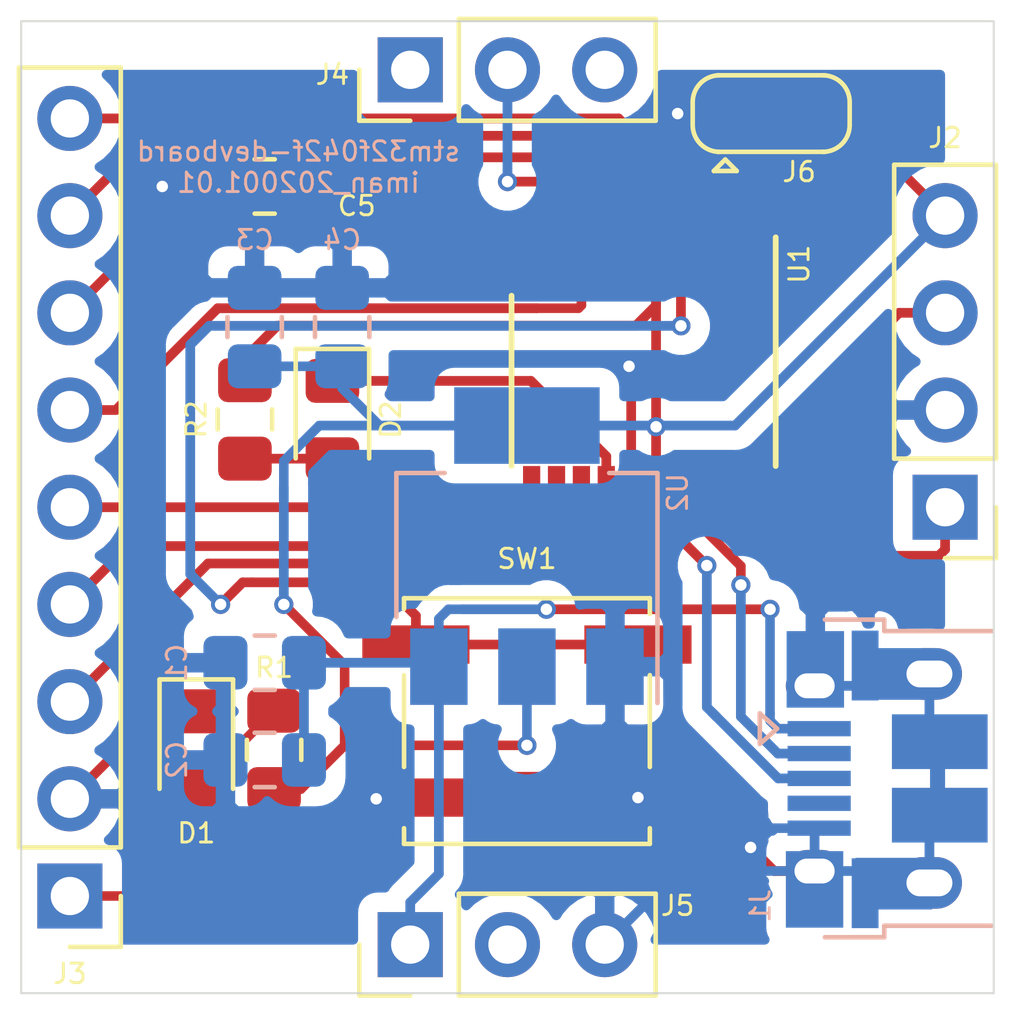
<source format=kicad_pcb>
(kicad_pcb (version 20171130) (host pcbnew "(5.1.5)-3")

  (general
    (thickness 1.6)
    (drawings 7)
    (tracks 187)
    (zones 0)
    (modules 18)
    (nets 21)
  )

  (page A4)
  (title_block
    (title "STM32F042F Development Board")
    (date 2019-12-31)
    (rev 1)
    (company Iman)
  )

  (layers
    (0 F.Cu signal)
    (31 B.Cu signal)
    (32 B.Adhes user hide)
    (33 F.Adhes user hide)
    (34 B.Paste user hide)
    (35 F.Paste user hide)
    (36 B.SilkS user)
    (37 F.SilkS user)
    (38 B.Mask user)
    (39 F.Mask user)
    (40 Dwgs.User user hide)
    (41 Cmts.User user hide)
    (42 Eco1.User user hide)
    (43 Eco2.User user hide)
    (44 Edge.Cuts user)
    (45 Margin user hide)
    (46 B.CrtYd user hide)
    (47 F.CrtYd user hide)
    (48 B.Fab user hide)
    (49 F.Fab user hide)
  )

  (setup
    (last_trace_width 0.25)
    (user_trace_width 0.254)
    (trace_clearance 0.2)
    (zone_clearance 0.508)
    (zone_45_only no)
    (trace_min 0.2)
    (via_size 0.8)
    (via_drill 0.4)
    (via_min_size 0.4)
    (via_min_drill 0.3)
    (user_via 0.5 0.3)
    (uvia_size 0.3)
    (uvia_drill 0.1)
    (uvias_allowed no)
    (uvia_min_size 0.2)
    (uvia_min_drill 0.1)
    (edge_width 0.05)
    (segment_width 0.2)
    (pcb_text_width 0.3)
    (pcb_text_size 1.5 1.5)
    (mod_edge_width 0.12)
    (mod_text_size 1 1)
    (mod_text_width 0.15)
    (pad_size 1.524 1.524)
    (pad_drill 0.762)
    (pad_to_mask_clearance 0.051)
    (solder_mask_min_width 0.25)
    (aux_axis_origin 0 0)
    (visible_elements 7FFFFFFF)
    (pcbplotparams
      (layerselection 0x010f0_ffffffff)
      (usegerberextensions false)
      (usegerberattributes false)
      (usegerberadvancedattributes false)
      (creategerberjobfile false)
      (excludeedgelayer true)
      (linewidth 0.100000)
      (plotframeref false)
      (viasonmask false)
      (mode 1)
      (useauxorigin false)
      (hpglpennumber 1)
      (hpglpenspeed 20)
      (hpglpendiameter 15.000000)
      (psnegative false)
      (psa4output false)
      (plotreference true)
      (plotvalue true)
      (plotinvisibletext false)
      (padsonsilk false)
      (subtractmaskfromsilk false)
      (outputformat 1)
      (mirror false)
      (drillshape 0)
      (scaleselection 1)
      (outputdirectory "releases/20191231/plot/"))
  )

  (net 0 "")
  (net 1 /GND)
  (net 2 /VUSB)
  (net 3 /3.3V)
  (net 4 "Net-(C5-Pad1)")
  (net 5 "Net-(D1-Pad2)")
  (net 6 "Net-(D2-Pad2)")
  (net 7 "Net-(D2-Pad1)")
  (net 8 /USB_DM)
  (net 9 /USB_DP)
  (net 10 /SWCLK)
  (net 11 /SWDIO)
  (net 12 /ADC_IN0)
  (net 13 /I2C_SCL)
  (net 14 /I2C_SDA)
  (net 15 /ADC_IN7)
  (net 16 /ADC_IN6)
  (net 17 /ADC_IN5)
  (net 18 "Net-(J6-Pad2)")
  (net 19 /USART2_TX)
  (net 20 /USART2_RX)

  (net_class Default "This is the default net class."
    (clearance 0.2)
    (trace_width 0.25)
    (via_dia 0.8)
    (via_drill 0.4)
    (uvia_dia 0.3)
    (uvia_drill 0.1)
    (add_net /3.3V)
    (add_net /ADC_IN0)
    (add_net /ADC_IN5)
    (add_net /ADC_IN6)
    (add_net /ADC_IN7)
    (add_net /GND)
    (add_net /I2C_SCL)
    (add_net /I2C_SDA)
    (add_net /SWCLK)
    (add_net /SWDIO)
    (add_net /USART2_RX)
    (add_net /USART2_TX)
    (add_net /USB_DM)
    (add_net /USB_DP)
    (add_net /VUSB)
    (add_net "Net-(C5-Pad1)")
    (add_net "Net-(D1-Pad2)")
    (add_net "Net-(D2-Pad1)")
    (add_net "Net-(D2-Pad2)")
    (add_net "Net-(J6-Pad2)")
  )

  (module Jumper:SolderJumper-3_P1.3mm_Bridged12_RoundedPad1.0x1.5mm (layer F.Cu) (tedit 5C745321) (tstamp 5E0B6E7E)
    (at 146.588 78.613)
    (descr "SMD Solder 3-pad Jumper, 1x1.5mm rounded Pads, 0.3mm gap, pads 1-2 bridged with 1 copper strip")
    (tags "solder jumper open")
    (path /5E11F2FD)
    (attr virtual)
    (fp_text reference J6 (at 0.732 1.524) (layer F.SilkS)
      (effects (font (size 0.508 0.508) (thickness 0.0762)))
    )
    (fp_text value Conn_01x03 (at 0 1.9) (layer F.Fab)
      (effects (font (size 1 1) (thickness 0.15)))
    )
    (fp_poly (pts (xy -0.9 -0.3) (xy -0.4 -0.3) (xy -0.4 0.3) (xy -0.9 0.3)) (layer F.Cu) (width 0))
    (fp_arc (start -1.35 -0.3) (end -1.35 -1) (angle -90) (layer F.SilkS) (width 0.12))
    (fp_arc (start -1.35 0.3) (end -2.05 0.3) (angle -90) (layer F.SilkS) (width 0.12))
    (fp_arc (start 1.35 0.3) (end 1.35 1) (angle -90) (layer F.SilkS) (width 0.12))
    (fp_arc (start 1.35 -0.3) (end 2.05 -0.3) (angle -90) (layer F.SilkS) (width 0.12))
    (fp_line (start 2.3 1.25) (end -2.3 1.25) (layer F.CrtYd) (width 0.05))
    (fp_line (start 2.3 1.25) (end 2.3 -1.25) (layer F.CrtYd) (width 0.05))
    (fp_line (start -2.3 -1.25) (end -2.3 1.25) (layer F.CrtYd) (width 0.05))
    (fp_line (start -2.3 -1.25) (end 2.3 -1.25) (layer F.CrtYd) (width 0.05))
    (fp_line (start -1.4 -1) (end 1.4 -1) (layer F.SilkS) (width 0.12))
    (fp_line (start 2.05 -0.3) (end 2.05 0.3) (layer F.SilkS) (width 0.12))
    (fp_line (start 1.4 1) (end -1.4 1) (layer F.SilkS) (width 0.12))
    (fp_line (start -2.05 0.3) (end -2.05 -0.3) (layer F.SilkS) (width 0.12))
    (fp_line (start -1.2 1.2) (end -1.5 1.5) (layer F.SilkS) (width 0.12))
    (fp_line (start -1.5 1.5) (end -0.9 1.5) (layer F.SilkS) (width 0.12))
    (fp_line (start -1.2 1.2) (end -0.9 1.5) (layer F.SilkS) (width 0.12))
    (pad 1 smd custom (at -1.3 0) (size 1 0.5) (layers F.Cu F.Mask)
      (net 1 /GND) (zone_connect 2)
      (options (clearance outline) (anchor rect))
      (primitives
        (gr_circle (center 0 0.25) (end 0.5 0.25) (width 0))
        (gr_circle (center 0 -0.25) (end 0.5 -0.25) (width 0))
        (gr_poly (pts
           (xy 0.55 -0.75) (xy 0 -0.75) (xy 0 0.75) (xy 0.55 0.75)) (width 0))
      ))
    (pad 2 smd rect (at 0 0) (size 1 1.5) (layers F.Cu F.Mask)
      (net 18 "Net-(J6-Pad2)"))
    (pad 3 smd custom (at 1.3 0) (size 1 0.5) (layers F.Cu F.Mask)
      (net 3 /3.3V) (zone_connect 2)
      (options (clearance outline) (anchor rect))
      (primitives
        (gr_circle (center 0 0.25) (end 0.5 0.25) (width 0))
        (gr_circle (center 0 -0.25) (end 0.5 -0.25) (width 0))
        (gr_poly (pts
           (xy -0.55 -0.75) (xy 0 -0.75) (xy 0 0.75) (xy -0.55 0.75)) (width 0))
      ))
  )

  (module LED_SMD:LED_0805_2012Metric_Pad1.15x1.40mm_HandSolder (layer F.Cu) (tedit 5B4B45C9) (tstamp 5E0B4331)
    (at 135.128 86.623 270)
    (descr "LED SMD 0805 (2012 Metric), square (rectangular) end terminal, IPC_7351 nominal, (Body size source: https://docs.google.com/spreadsheets/d/1BsfQQcO9C6DZCsRaXUlFlo91Tg2WpOkGARC1WS5S8t0/edit?usp=sharing), generated with kicad-footprint-generator")
    (tags "LED handsolder")
    (path /5E0C59CC)
    (attr smd)
    (fp_text reference D2 (at -0.009 -1.524 90) (layer F.SilkS)
      (effects (font (size 0.508 0.508) (thickness 0.0762)))
    )
    (fp_text value LED (at 0 1.65 90) (layer F.Fab)
      (effects (font (size 1 1) (thickness 0.15)))
    )
    (fp_text user %R (at 0 0 90) (layer F.Fab)
      (effects (font (size 0.5 0.5) (thickness 0.08)))
    )
    (fp_line (start 1.85 0.95) (end -1.85 0.95) (layer F.CrtYd) (width 0.05))
    (fp_line (start 1.85 -0.95) (end 1.85 0.95) (layer F.CrtYd) (width 0.05))
    (fp_line (start -1.85 -0.95) (end 1.85 -0.95) (layer F.CrtYd) (width 0.05))
    (fp_line (start -1.85 0.95) (end -1.85 -0.95) (layer F.CrtYd) (width 0.05))
    (fp_line (start -1.86 0.96) (end 1 0.96) (layer F.SilkS) (width 0.12))
    (fp_line (start -1.86 -0.96) (end -1.86 0.96) (layer F.SilkS) (width 0.12))
    (fp_line (start 1 -0.96) (end -1.86 -0.96) (layer F.SilkS) (width 0.12))
    (fp_line (start 1 0.6) (end 1 -0.6) (layer F.Fab) (width 0.1))
    (fp_line (start -1 0.6) (end 1 0.6) (layer F.Fab) (width 0.1))
    (fp_line (start -1 -0.3) (end -1 0.6) (layer F.Fab) (width 0.1))
    (fp_line (start -0.7 -0.6) (end -1 -0.3) (layer F.Fab) (width 0.1))
    (fp_line (start 1 -0.6) (end -0.7 -0.6) (layer F.Fab) (width 0.1))
    (pad 2 smd roundrect (at 1.025 0 270) (size 1.15 1.4) (layers F.Cu F.Paste F.Mask) (roundrect_rratio 0.217391)
      (net 6 "Net-(D2-Pad2)"))
    (pad 1 smd roundrect (at -1.025 0 270) (size 1.15 1.4) (layers F.Cu F.Paste F.Mask) (roundrect_rratio 0.217391)
      (net 7 "Net-(D2-Pad1)"))
    (model ${KISYS3DMOD}/LED_SMD.3dshapes/LED_0805_2012Metric.wrl
      (at (xyz 0 0 0))
      (scale (xyz 1 1 1))
      (rotate (xyz 0 0 0))
    )
  )

  (module LED_SMD:LED_0805_2012Metric_Pad1.15x1.40mm_HandSolder (layer F.Cu) (tedit 5B4B45C9) (tstamp 5E0AF7D1)
    (at 131.572 95.259 270)
    (descr "LED SMD 0805 (2012 Metric), square (rectangular) end terminal, IPC_7351 nominal, (Body size source: https://docs.google.com/spreadsheets/d/1BsfQQcO9C6DZCsRaXUlFlo91Tg2WpOkGARC1WS5S8t0/edit?usp=sharing), generated with kicad-footprint-generator")
    (tags "LED handsolder")
    (path /5E0CCE98)
    (attr smd)
    (fp_text reference D1 (at 2.159 0 180) (layer F.SilkS)
      (effects (font (size 0.508 0.508) (thickness 0.0762)))
    )
    (fp_text value LED (at 0 1.65 90) (layer F.Fab)
      (effects (font (size 1 1) (thickness 0.15)))
    )
    (fp_text user %R (at 0 0 90) (layer F.Fab)
      (effects (font (size 0.5 0.5) (thickness 0.08)))
    )
    (fp_line (start 1.85 0.95) (end -1.85 0.95) (layer F.CrtYd) (width 0.05))
    (fp_line (start 1.85 -0.95) (end 1.85 0.95) (layer F.CrtYd) (width 0.05))
    (fp_line (start -1.85 -0.95) (end 1.85 -0.95) (layer F.CrtYd) (width 0.05))
    (fp_line (start -1.85 0.95) (end -1.85 -0.95) (layer F.CrtYd) (width 0.05))
    (fp_line (start -1.86 0.96) (end 1 0.96) (layer F.SilkS) (width 0.12))
    (fp_line (start -1.86 -0.96) (end -1.86 0.96) (layer F.SilkS) (width 0.12))
    (fp_line (start 1 -0.96) (end -1.86 -0.96) (layer F.SilkS) (width 0.12))
    (fp_line (start 1 0.6) (end 1 -0.6) (layer F.Fab) (width 0.1))
    (fp_line (start -1 0.6) (end 1 0.6) (layer F.Fab) (width 0.1))
    (fp_line (start -1 -0.3) (end -1 0.6) (layer F.Fab) (width 0.1))
    (fp_line (start -0.7 -0.6) (end -1 -0.3) (layer F.Fab) (width 0.1))
    (fp_line (start 1 -0.6) (end -0.7 -0.6) (layer F.Fab) (width 0.1))
    (pad 2 smd roundrect (at 1.025 0 270) (size 1.15 1.4) (layers F.Cu F.Paste F.Mask) (roundrect_rratio 0.217391)
      (net 5 "Net-(D1-Pad2)"))
    (pad 1 smd roundrect (at -1.025 0 270) (size 1.15 1.4) (layers F.Cu F.Paste F.Mask) (roundrect_rratio 0.217391)
      (net 1 /GND))
    (model ${KISYS3DMOD}/LED_SMD.3dshapes/LED_0805_2012Metric.wrl
      (at (xyz 0 0 0))
      (scale (xyz 1 1 1))
      (rotate (xyz 0 0 0))
    )
  )

  (module Connector_PinHeader_2.54mm:PinHeader_1x03_P2.54mm_Vertical (layer F.Cu) (tedit 59FED5CC) (tstamp 5E0B175E)
    (at 137.16 100.33 90)
    (descr "Through hole straight pin header, 1x03, 2.54mm pitch, single row")
    (tags "Through hole pin header THT 1x03 2.54mm single row")
    (path /5E0E23B2)
    (fp_text reference J5 (at 1.016 6.985 180) (layer F.SilkS)
      (effects (font (size 0.508 0.508) (thickness 0.0762)))
    )
    (fp_text value Conn_01x03 (at 0 7.41 90) (layer F.Fab)
      (effects (font (size 1 1) (thickness 0.15)))
    )
    (fp_text user %R (at 0 2.54) (layer F.Fab)
      (effects (font (size 1 1) (thickness 0.15)))
    )
    (fp_line (start 1.8 -1.8) (end -1.8 -1.8) (layer F.CrtYd) (width 0.05))
    (fp_line (start 1.8 6.85) (end 1.8 -1.8) (layer F.CrtYd) (width 0.05))
    (fp_line (start -1.8 6.85) (end 1.8 6.85) (layer F.CrtYd) (width 0.05))
    (fp_line (start -1.8 -1.8) (end -1.8 6.85) (layer F.CrtYd) (width 0.05))
    (fp_line (start -1.33 -1.33) (end 0 -1.33) (layer F.SilkS) (width 0.12))
    (fp_line (start -1.33 0) (end -1.33 -1.33) (layer F.SilkS) (width 0.12))
    (fp_line (start -1.33 1.27) (end 1.33 1.27) (layer F.SilkS) (width 0.12))
    (fp_line (start 1.33 1.27) (end 1.33 6.41) (layer F.SilkS) (width 0.12))
    (fp_line (start -1.33 1.27) (end -1.33 6.41) (layer F.SilkS) (width 0.12))
    (fp_line (start -1.33 6.41) (end 1.33 6.41) (layer F.SilkS) (width 0.12))
    (fp_line (start -1.27 -0.635) (end -0.635 -1.27) (layer F.Fab) (width 0.1))
    (fp_line (start -1.27 6.35) (end -1.27 -0.635) (layer F.Fab) (width 0.1))
    (fp_line (start 1.27 6.35) (end -1.27 6.35) (layer F.Fab) (width 0.1))
    (fp_line (start 1.27 -1.27) (end 1.27 6.35) (layer F.Fab) (width 0.1))
    (fp_line (start -0.635 -1.27) (end 1.27 -1.27) (layer F.Fab) (width 0.1))
    (pad 3 thru_hole oval (at 0 5.08 90) (size 1.7 1.7) (drill 1) (layers *.Cu *.Mask)
      (net 1 /GND))
    (pad 2 thru_hole oval (at 0 2.54 90) (size 1.7 1.7) (drill 1) (layers *.Cu *.Mask))
    (pad 1 thru_hole rect (at 0 0 90) (size 1.7 1.7) (drill 1) (layers *.Cu *.Mask)
      (net 2 /VUSB))
    (model ${KISYS3DMOD}/Connector_PinHeader_2.54mm.3dshapes/PinHeader_1x03_P2.54mm_Vertical.wrl
      (at (xyz 0 0 0))
      (scale (xyz 1 1 1))
      (rotate (xyz 0 0 0))
    )
  )

  (module Connector_PinHeader_2.54mm:PinHeader_1x03_P2.54mm_Vertical (layer F.Cu) (tedit 59FED5CC) (tstamp 5E0B1747)
    (at 137.16 77.47 90)
    (descr "Through hole straight pin header, 1x03, 2.54mm pitch, single row")
    (tags "Through hole pin header THT 1x03 2.54mm single row")
    (path /5E0E0E47)
    (fp_text reference J4 (at -0.127 -2.032) (layer F.SilkS)
      (effects (font (size 0.508 0.508) (thickness 0.0762)))
    )
    (fp_text value Conn_01x03 (at 0 7.41 90) (layer F.Fab)
      (effects (font (size 1 1) (thickness 0.15)))
    )
    (fp_text user %R (at 0 2.54) (layer F.Fab)
      (effects (font (size 1 1) (thickness 0.15)))
    )
    (fp_line (start 1.8 -1.8) (end -1.8 -1.8) (layer F.CrtYd) (width 0.05))
    (fp_line (start 1.8 6.85) (end 1.8 -1.8) (layer F.CrtYd) (width 0.05))
    (fp_line (start -1.8 6.85) (end 1.8 6.85) (layer F.CrtYd) (width 0.05))
    (fp_line (start -1.8 -1.8) (end -1.8 6.85) (layer F.CrtYd) (width 0.05))
    (fp_line (start -1.33 -1.33) (end 0 -1.33) (layer F.SilkS) (width 0.12))
    (fp_line (start -1.33 0) (end -1.33 -1.33) (layer F.SilkS) (width 0.12))
    (fp_line (start -1.33 1.27) (end 1.33 1.27) (layer F.SilkS) (width 0.12))
    (fp_line (start 1.33 1.27) (end 1.33 6.41) (layer F.SilkS) (width 0.12))
    (fp_line (start -1.33 1.27) (end -1.33 6.41) (layer F.SilkS) (width 0.12))
    (fp_line (start -1.33 6.41) (end 1.33 6.41) (layer F.SilkS) (width 0.12))
    (fp_line (start -1.27 -0.635) (end -0.635 -1.27) (layer F.Fab) (width 0.1))
    (fp_line (start -1.27 6.35) (end -1.27 -0.635) (layer F.Fab) (width 0.1))
    (fp_line (start 1.27 6.35) (end -1.27 6.35) (layer F.Fab) (width 0.1))
    (fp_line (start 1.27 -1.27) (end 1.27 6.35) (layer F.Fab) (width 0.1))
    (fp_line (start -0.635 -1.27) (end 1.27 -1.27) (layer F.Fab) (width 0.1))
    (pad 3 thru_hole oval (at 0 5.08 90) (size 1.7 1.7) (drill 1) (layers *.Cu *.Mask))
    (pad 2 thru_hole oval (at 0 2.54 90) (size 1.7 1.7) (drill 1) (layers *.Cu *.Mask)
      (net 12 /ADC_IN0))
    (pad 1 thru_hole rect (at 0 0 90) (size 1.7 1.7) (drill 1) (layers *.Cu *.Mask))
    (model ${KISYS3DMOD}/Connector_PinHeader_2.54mm.3dshapes/PinHeader_1x03_P2.54mm_Vertical.wrl
      (at (xyz 0 0 0))
      (scale (xyz 1 1 1))
      (rotate (xyz 0 0 0))
    )
  )

  (module Connector_PinHeader_2.54mm:PinHeader_1x09_P2.54mm_Vertical (layer F.Cu) (tedit 59FED5CC) (tstamp 5E0B1052)
    (at 128.27 99.06 180)
    (descr "Through hole straight pin header, 1x09, 2.54mm pitch, single row")
    (tags "Through hole pin header THT 1x09 2.54mm single row")
    (path /5E0DE3CC)
    (fp_text reference J3 (at 0 -2.032) (layer F.SilkS)
      (effects (font (size 0.508 0.508) (thickness 0.0762)))
    )
    (fp_text value Conn_01x09 (at 0 22.65) (layer F.Fab)
      (effects (font (size 1 1) (thickness 0.15)))
    )
    (fp_text user %R (at 0 10.16 90) (layer F.Fab)
      (effects (font (size 1 1) (thickness 0.15)))
    )
    (fp_line (start 1.8 -1.8) (end -1.8 -1.8) (layer F.CrtYd) (width 0.05))
    (fp_line (start 1.8 22.1) (end 1.8 -1.8) (layer F.CrtYd) (width 0.05))
    (fp_line (start -1.8 22.1) (end 1.8 22.1) (layer F.CrtYd) (width 0.05))
    (fp_line (start -1.8 -1.8) (end -1.8 22.1) (layer F.CrtYd) (width 0.05))
    (fp_line (start -1.33 -1.33) (end 0 -1.33) (layer F.SilkS) (width 0.12))
    (fp_line (start -1.33 0) (end -1.33 -1.33) (layer F.SilkS) (width 0.12))
    (fp_line (start -1.33 1.27) (end 1.33 1.27) (layer F.SilkS) (width 0.12))
    (fp_line (start 1.33 1.27) (end 1.33 21.65) (layer F.SilkS) (width 0.12))
    (fp_line (start -1.33 1.27) (end -1.33 21.65) (layer F.SilkS) (width 0.12))
    (fp_line (start -1.33 21.65) (end 1.33 21.65) (layer F.SilkS) (width 0.12))
    (fp_line (start -1.27 -0.635) (end -0.635 -1.27) (layer F.Fab) (width 0.1))
    (fp_line (start -1.27 21.59) (end -1.27 -0.635) (layer F.Fab) (width 0.1))
    (fp_line (start 1.27 21.59) (end -1.27 21.59) (layer F.Fab) (width 0.1))
    (fp_line (start 1.27 -1.27) (end 1.27 21.59) (layer F.Fab) (width 0.1))
    (fp_line (start -0.635 -1.27) (end 1.27 -1.27) (layer F.Fab) (width 0.1))
    (pad 9 thru_hole oval (at 0 20.32 180) (size 1.7 1.7) (drill 1) (layers *.Cu *.Mask)
      (net 14 /I2C_SDA))
    (pad 8 thru_hole oval (at 0 17.78 180) (size 1.7 1.7) (drill 1) (layers *.Cu *.Mask)
      (net 13 /I2C_SCL))
    (pad 7 thru_hole oval (at 0 15.24 180) (size 1.7 1.7) (drill 1) (layers *.Cu *.Mask)
      (net 20 /USART2_RX))
    (pad 6 thru_hole oval (at 0 12.7 180) (size 1.7 1.7) (drill 1) (layers *.Cu *.Mask)
      (net 19 /USART2_TX))
    (pad 5 thru_hole oval (at 0 10.16 180) (size 1.7 1.7) (drill 1) (layers *.Cu *.Mask)
      (net 17 /ADC_IN5))
    (pad 4 thru_hole oval (at 0 7.62 180) (size 1.7 1.7) (drill 1) (layers *.Cu *.Mask)
      (net 16 /ADC_IN6))
    (pad 3 thru_hole oval (at 0 5.08 180) (size 1.7 1.7) (drill 1) (layers *.Cu *.Mask)
      (net 15 /ADC_IN7))
    (pad 2 thru_hole oval (at 0 2.54 180) (size 1.7 1.7) (drill 1) (layers *.Cu *.Mask)
      (net 1 /GND))
    (pad 1 thru_hole rect (at 0 0 180) (size 1.7 1.7) (drill 1) (layers *.Cu *.Mask)
      (net 3 /3.3V))
    (model ${KISYS3DMOD}/Connector_PinHeader_2.54mm.3dshapes/PinHeader_1x09_P2.54mm_Vertical.wrl
      (at (xyz 0 0 0))
      (scale (xyz 1 1 1))
      (rotate (xyz 0 0 0))
    )
  )

  (module Button_Switch_SMD:SW_Push_1P1T_NO_CK_KSC6xxJ (layer F.Cu) (tedit 5C63FDBF) (tstamp 5E0B571E)
    (at 140.208 94.488 180)
    (descr "CK components KSC6 tactile switch https://www.ckswitches.com/media/1972/ksc6.pdf")
    (tags "tactile switch ksc6")
    (path /5E0BE67A)
    (attr smd)
    (fp_text reference SW1 (at 0 4.24) (layer F.SilkS)
      (effects (font (size 0.508 0.508) (thickness 0.0762)))
    )
    (fp_text value SW_Push (at 0 -4.23) (layer F.Fab)
      (effects (font (size 1 1) (thickness 0.15)))
    )
    (fp_line (start -3.21 -1.2) (end -3.21 1.2) (layer F.SilkS) (width 0.12))
    (fp_line (start -3.21 -3.21) (end -3.21 -2.8) (layer F.SilkS) (width 0.12))
    (fp_line (start 3.21 -3.21) (end -3.21 -3.21) (layer F.SilkS) (width 0.12))
    (fp_line (start 3.21 -2.8) (end 3.21 -3.21) (layer F.SilkS) (width 0.12))
    (fp_line (start 3.21 1.2) (end 3.21 -1.2) (layer F.SilkS) (width 0.12))
    (fp_line (start 3.21 3.21) (end 3.21 2.93) (layer F.SilkS) (width 0.12))
    (fp_line (start -3.21 3.21) (end 3.21 3.21) (layer F.SilkS) (width 0.12))
    (fp_line (start -3.21 2.8) (end -3.21 3.21) (layer F.SilkS) (width 0.12))
    (fp_circle (center 0 0) (end 1.45 0) (layer F.Fab) (width 0.1))
    (fp_line (start -4.55 3.35) (end -4.55 -3.35) (layer F.CrtYd) (width 0.05))
    (fp_line (start 4.55 3.35) (end -4.55 3.35) (layer F.CrtYd) (width 0.05))
    (fp_line (start 4.55 -3.35) (end 4.55 3.35) (layer F.CrtYd) (width 0.05))
    (fp_line (start -4.55 -3.35) (end 4.55 -3.35) (layer F.CrtYd) (width 0.05))
    (fp_text user %R (at 0 0) (layer F.Fab)
      (effects (font (size 1 1) (thickness 0.15)))
    )
    (fp_line (start -3.1 3.1) (end -3.1 -3.1) (layer F.Fab) (width 0.1))
    (fp_line (start 3.1 3.1) (end -3.1 3.1) (layer F.Fab) (width 0.1))
    (fp_line (start 3.1 -3.1) (end 3.1 3.1) (layer F.Fab) (width 0.1))
    (fp_line (start -3.1 -3.1) (end 3.1 -3.1) (layer F.Fab) (width 0.1))
    (pad 2 smd rect (at 2.9 2 180) (size 2.8 1) (layers F.Cu F.Paste F.Mask)
      (net 4 "Net-(C5-Pad1)"))
    (pad 2 smd rect (at -2.9 2 180) (size 2.8 1) (layers F.Cu F.Paste F.Mask)
      (net 4 "Net-(C5-Pad1)"))
    (pad 1 smd rect (at 2.9 -2 180) (size 2.8 1) (layers F.Cu F.Paste F.Mask)
      (net 1 /GND))
    (pad 1 smd rect (at -2.9 -2 180) (size 2.8 1) (layers F.Cu F.Paste F.Mask)
      (net 1 /GND))
    (model ${KISYS3DMOD}/Button_Switch_SMD.3dshapes/SW_push_1P1T_NO_CK_KSC6xxJxxx.wrl
      (at (xyz 0 0 0))
      (scale (xyz 1 1 1))
      (rotate (xyz 0 0 0))
    )
  )

  (module Resistor_SMD:R_0805_2012Metric_Pad1.15x1.40mm_HandSolder (layer F.Cu) (tedit 5B36C52B) (tstamp 5E0B4909)
    (at 132.842 86.605 270)
    (descr "Resistor SMD 0805 (2012 Metric), square (rectangular) end terminal, IPC_7351 nominal with elongated pad for handsoldering. (Body size source: https://docs.google.com/spreadsheets/d/1BsfQQcO9C6DZCsRaXUlFlo91Tg2WpOkGARC1WS5S8t0/edit?usp=sharing), generated with kicad-footprint-generator")
    (tags "resistor handsolder")
    (path /5E0C500D)
    (attr smd)
    (fp_text reference R2 (at 0 1.27 90) (layer F.SilkS)
      (effects (font (size 0.508 0.508) (thickness 0.0762)))
    )
    (fp_text value 470 (at 0 1.65 90) (layer F.Fab)
      (effects (font (size 1 1) (thickness 0.15)))
    )
    (fp_text user %R (at 0 0 90) (layer F.Fab)
      (effects (font (size 0.5 0.5) (thickness 0.08)))
    )
    (fp_line (start 1.85 0.95) (end -1.85 0.95) (layer F.CrtYd) (width 0.05))
    (fp_line (start 1.85 -0.95) (end 1.85 0.95) (layer F.CrtYd) (width 0.05))
    (fp_line (start -1.85 -0.95) (end 1.85 -0.95) (layer F.CrtYd) (width 0.05))
    (fp_line (start -1.85 0.95) (end -1.85 -0.95) (layer F.CrtYd) (width 0.05))
    (fp_line (start -0.261252 0.71) (end 0.261252 0.71) (layer F.SilkS) (width 0.12))
    (fp_line (start -0.261252 -0.71) (end 0.261252 -0.71) (layer F.SilkS) (width 0.12))
    (fp_line (start 1 0.6) (end -1 0.6) (layer F.Fab) (width 0.1))
    (fp_line (start 1 -0.6) (end 1 0.6) (layer F.Fab) (width 0.1))
    (fp_line (start -1 -0.6) (end 1 -0.6) (layer F.Fab) (width 0.1))
    (fp_line (start -1 0.6) (end -1 -0.6) (layer F.Fab) (width 0.1))
    (pad 2 smd roundrect (at 1.025 0 270) (size 1.15 1.4) (layers F.Cu F.Paste F.Mask) (roundrect_rratio 0.217391)
      (net 6 "Net-(D2-Pad2)"))
    (pad 1 smd roundrect (at -1.025 0 270) (size 1.15 1.4) (layers F.Cu F.Paste F.Mask) (roundrect_rratio 0.217391)
      (net 3 /3.3V))
    (model ${KISYS3DMOD}/Resistor_SMD.3dshapes/R_0805_2012Metric.wrl
      (at (xyz 0 0 0))
      (scale (xyz 1 1 1))
      (rotate (xyz 0 0 0))
    )
  )

  (module Resistor_SMD:R_0805_2012Metric_Pad1.15x1.40mm_HandSolder (layer F.Cu) (tedit 5B36C52B) (tstamp 5E0AF85D)
    (at 133.604 95.241 90)
    (descr "Resistor SMD 0805 (2012 Metric), square (rectangular) end terminal, IPC_7351 nominal with elongated pad for handsoldering. (Body size source: https://docs.google.com/spreadsheets/d/1BsfQQcO9C6DZCsRaXUlFlo91Tg2WpOkGARC1WS5S8t0/edit?usp=sharing), generated with kicad-footprint-generator")
    (tags "resistor handsolder")
    (path /5E0CCA3C)
    (attr smd)
    (fp_text reference R1 (at 2.15 0 180) (layer F.SilkS)
      (effects (font (size 0.508 0.508) (thickness 0.0762)))
    )
    (fp_text value 470 (at 0 1.65 90) (layer F.Fab)
      (effects (font (size 1 1) (thickness 0.15)))
    )
    (fp_text user %R (at 0 0 90) (layer F.Fab)
      (effects (font (size 0.5 0.5) (thickness 0.08)))
    )
    (fp_line (start 1.85 0.95) (end -1.85 0.95) (layer F.CrtYd) (width 0.05))
    (fp_line (start 1.85 -0.95) (end 1.85 0.95) (layer F.CrtYd) (width 0.05))
    (fp_line (start -1.85 -0.95) (end 1.85 -0.95) (layer F.CrtYd) (width 0.05))
    (fp_line (start -1.85 0.95) (end -1.85 -0.95) (layer F.CrtYd) (width 0.05))
    (fp_line (start -0.261252 0.71) (end 0.261252 0.71) (layer F.SilkS) (width 0.12))
    (fp_line (start -0.261252 -0.71) (end 0.261252 -0.71) (layer F.SilkS) (width 0.12))
    (fp_line (start 1 0.6) (end -1 0.6) (layer F.Fab) (width 0.1))
    (fp_line (start 1 -0.6) (end 1 0.6) (layer F.Fab) (width 0.1))
    (fp_line (start -1 -0.6) (end 1 -0.6) (layer F.Fab) (width 0.1))
    (fp_line (start -1 0.6) (end -1 -0.6) (layer F.Fab) (width 0.1))
    (pad 2 smd roundrect (at 1.025 0 90) (size 1.15 1.4) (layers F.Cu F.Paste F.Mask) (roundrect_rratio 0.217391)
      (net 5 "Net-(D1-Pad2)"))
    (pad 1 smd roundrect (at -1.025 0 90) (size 1.15 1.4) (layers F.Cu F.Paste F.Mask) (roundrect_rratio 0.217391)
      (net 3 /3.3V))
    (model ${KISYS3DMOD}/Resistor_SMD.3dshapes/R_0805_2012Metric.wrl
      (at (xyz 0 0 0))
      (scale (xyz 1 1 1))
      (rotate (xyz 0 0 0))
    )
  )

  (module Connector_PinHeader_2.54mm:PinHeader_1x04_P2.54mm_Vertical (layer F.Cu) (tedit 59FED5CC) (tstamp 5E0AF84C)
    (at 151.13 88.9 180)
    (descr "Through hole straight pin header, 1x04, 2.54mm pitch, single row")
    (tags "Through hole pin header THT 1x04 2.54mm single row")
    (path /5E0C81C2)
    (fp_text reference J2 (at 0 9.652) (layer F.SilkS)
      (effects (font (size 0.508 0.508) (thickness 0.0762)))
    )
    (fp_text value Conn_01x04 (at 0 9.95) (layer F.Fab)
      (effects (font (size 1 1) (thickness 0.15)))
    )
    (fp_text user %R (at 0 3.81 90) (layer F.Fab)
      (effects (font (size 1 1) (thickness 0.15)))
    )
    (fp_line (start 1.8 -1.8) (end -1.8 -1.8) (layer F.CrtYd) (width 0.05))
    (fp_line (start 1.8 9.4) (end 1.8 -1.8) (layer F.CrtYd) (width 0.05))
    (fp_line (start -1.8 9.4) (end 1.8 9.4) (layer F.CrtYd) (width 0.05))
    (fp_line (start -1.8 -1.8) (end -1.8 9.4) (layer F.CrtYd) (width 0.05))
    (fp_line (start -1.33 -1.33) (end 0 -1.33) (layer F.SilkS) (width 0.12))
    (fp_line (start -1.33 0) (end -1.33 -1.33) (layer F.SilkS) (width 0.12))
    (fp_line (start -1.33 1.27) (end 1.33 1.27) (layer F.SilkS) (width 0.12))
    (fp_line (start 1.33 1.27) (end 1.33 8.95) (layer F.SilkS) (width 0.12))
    (fp_line (start -1.33 1.27) (end -1.33 8.95) (layer F.SilkS) (width 0.12))
    (fp_line (start -1.33 8.95) (end 1.33 8.95) (layer F.SilkS) (width 0.12))
    (fp_line (start -1.27 -0.635) (end -0.635 -1.27) (layer F.Fab) (width 0.1))
    (fp_line (start -1.27 8.89) (end -1.27 -0.635) (layer F.Fab) (width 0.1))
    (fp_line (start 1.27 8.89) (end -1.27 8.89) (layer F.Fab) (width 0.1))
    (fp_line (start 1.27 -1.27) (end 1.27 8.89) (layer F.Fab) (width 0.1))
    (fp_line (start -0.635 -1.27) (end 1.27 -1.27) (layer F.Fab) (width 0.1))
    (pad 4 thru_hole oval (at 0 7.62 180) (size 1.7 1.7) (drill 1) (layers *.Cu *.Mask)
      (net 3 /3.3V))
    (pad 3 thru_hole oval (at 0 5.08 180) (size 1.7 1.7) (drill 1) (layers *.Cu *.Mask)
      (net 10 /SWCLK))
    (pad 2 thru_hole oval (at 0 2.54 180) (size 1.7 1.7) (drill 1) (layers *.Cu *.Mask)
      (net 1 /GND))
    (pad 1 thru_hole rect (at 0 0 180) (size 1.7 1.7) (drill 1) (layers *.Cu *.Mask)
      (net 11 /SWDIO))
    (model ${KISYS3DMOD}/Connector_PinHeader_2.54mm.3dshapes/PinHeader_1x04_P2.54mm_Vertical.wrl
      (at (xyz 0 0 0))
      (scale (xyz 1 1 1))
      (rotate (xyz 0 0 0))
    )
  )

  (module Capacitor_SMD:C_0805_2012Metric_Pad1.15x1.40mm_HandSolder (layer F.Cu) (tedit 5B36C52B) (tstamp 5E0B5830)
    (at 133.359 80.518 180)
    (descr "Capacitor SMD 0805 (2012 Metric), square (rectangular) end terminal, IPC_7351 nominal with elongated pad for handsoldering. (Body size source: https://docs.google.com/spreadsheets/d/1BsfQQcO9C6DZCsRaXUlFlo91Tg2WpOkGARC1WS5S8t0/edit?usp=sharing), generated with kicad-footprint-generator")
    (tags "capacitor handsolder")
    (path /5E0BB80B)
    (attr smd)
    (fp_text reference C5 (at -2.404 -0.508) (layer F.SilkS)
      (effects (font (size 0.508 0.508) (thickness 0.0762)))
    )
    (fp_text value 100n (at 0 1.65) (layer F.Fab)
      (effects (font (size 1 1) (thickness 0.15)))
    )
    (fp_text user %R (at 0 0) (layer F.Fab)
      (effects (font (size 0.5 0.5) (thickness 0.08)))
    )
    (fp_line (start 1.85 0.95) (end -1.85 0.95) (layer F.CrtYd) (width 0.05))
    (fp_line (start 1.85 -0.95) (end 1.85 0.95) (layer F.CrtYd) (width 0.05))
    (fp_line (start -1.85 -0.95) (end 1.85 -0.95) (layer F.CrtYd) (width 0.05))
    (fp_line (start -1.85 0.95) (end -1.85 -0.95) (layer F.CrtYd) (width 0.05))
    (fp_line (start -0.261252 0.71) (end 0.261252 0.71) (layer F.SilkS) (width 0.12))
    (fp_line (start -0.261252 -0.71) (end 0.261252 -0.71) (layer F.SilkS) (width 0.12))
    (fp_line (start 1 0.6) (end -1 0.6) (layer F.Fab) (width 0.1))
    (fp_line (start 1 -0.6) (end 1 0.6) (layer F.Fab) (width 0.1))
    (fp_line (start -1 -0.6) (end 1 -0.6) (layer F.Fab) (width 0.1))
    (fp_line (start -1 0.6) (end -1 -0.6) (layer F.Fab) (width 0.1))
    (pad 2 smd roundrect (at 1.025 0 180) (size 1.15 1.4) (layers F.Cu F.Paste F.Mask) (roundrect_rratio 0.217391)
      (net 1 /GND))
    (pad 1 smd roundrect (at -1.025 0 180) (size 1.15 1.4) (layers F.Cu F.Paste F.Mask) (roundrect_rratio 0.217391)
      (net 4 "Net-(C5-Pad1)"))
    (model ${KISYS3DMOD}/Capacitor_SMD.3dshapes/C_0805_2012Metric.wrl
      (at (xyz 0 0 0))
      (scale (xyz 1 1 1))
      (rotate (xyz 0 0 0))
    )
  )

  (module Connector_USB:USB_Micro-B_Amphenol_10103594-0001LF_Horizontal (layer B.Cu) (tedit 5A1DC0BD) (tstamp 5E0AE979)
    (at 149.606 96.012 270)
    (descr "Micro USB Type B 10103594-0001LF, http://cdn.amphenol-icc.com/media/wysiwyg/files/drawing/10103594.pdf")
    (tags "USB USB_B USB_micro USB_OTG")
    (path /5E0B5A96)
    (attr smd)
    (fp_text reference J1 (at 3.302 3.302 270) (layer B.SilkS)
      (effects (font (size 0.508 0.508) (thickness 0.0762)) (justify mirror))
    )
    (fp_text value USB_B_Micro (at -0.025 -4.435 270) (layer B.Fab)
      (effects (font (size 1 1) (thickness 0.15)) (justify mirror))
    )
    (fp_line (start 4.14 -3.58) (end -4.13 -3.58) (layer B.CrtYd) (width 0.05))
    (fp_line (start 4.14 -3.58) (end 4.14 2.88) (layer B.CrtYd) (width 0.05))
    (fp_line (start -4.13 2.88) (end -4.13 -3.58) (layer B.CrtYd) (width 0.05))
    (fp_line (start -4.13 2.88) (end 4.14 2.88) (layer B.CrtYd) (width 0.05))
    (fp_line (start -4.025 -2.835) (end 3.975 -2.835) (layer Dwgs.User) (width 0.1))
    (fp_line (start -3.775 -3.335) (end -3.775 0.865) (layer B.Fab) (width 0.12))
    (fp_line (start -2.975 1.615) (end 3.725 1.615) (layer B.Fab) (width 0.12))
    (fp_line (start 3.725 1.615) (end 3.725 -3.335) (layer B.Fab) (width 0.12))
    (fp_line (start 3.725 -3.335) (end -3.775 -3.335) (layer B.Fab) (width 0.12))
    (fp_line (start -3.775 0.865) (end -2.975 1.615) (layer B.Fab) (width 0.12))
    (fp_line (start -1.325 2.865) (end -1.725 3.315) (layer B.SilkS) (width 0.12))
    (fp_line (start -1.725 3.315) (end -0.925 3.315) (layer B.SilkS) (width 0.12))
    (fp_line (start -0.925 3.315) (end -1.325 2.865) (layer B.SilkS) (width 0.12))
    (fp_line (start 3.825 -2.735) (end 3.825 0.065) (layer B.SilkS) (width 0.12))
    (fp_line (start 3.825 0.065) (end 4.125 0.065) (layer B.SilkS) (width 0.12))
    (fp_line (start 4.125 0.065) (end 4.125 1.615) (layer B.SilkS) (width 0.12))
    (fp_line (start -3.875 -2.735) (end -3.875 0.065) (layer B.SilkS) (width 0.12))
    (fp_line (start -4.175 0.065) (end -3.875 0.065) (layer B.SilkS) (width 0.12))
    (fp_line (start -4.175 0.065) (end -4.175 1.615) (layer B.SilkS) (width 0.12))
    (fp_text user %R (at -0.025 0.015 270) (layer B.Fab)
      (effects (font (size 1 1) (thickness 0.15)) (justify mirror))
    )
    (fp_text user "PCB edge" (at -0.025 -2.235 270) (layer Dwgs.User)
      (effects (font (size 0.5 0.5) (thickness 0.075)))
    )
    (pad 6 smd rect (at 0.935 -1.385 180) (size 2.5 1.43) (layers B.Cu B.Paste B.Mask)
      (net 1 /GND))
    (pad 6 smd rect (at -0.985 -1.385 180) (size 2.5 1.43) (layers B.Cu B.Paste B.Mask)
      (net 1 /GND))
    (pad 6 thru_hole oval (at 2.705 -1.115 180) (size 1.7 1.35) (drill oval 1.2 0.7) (layers *.Cu *.Mask)
      (net 1 /GND))
    (pad 6 thru_hole oval (at -2.755 -1.115 180) (size 1.7 1.35) (drill oval 1.2 0.7) (layers *.Cu *.Mask)
      (net 1 /GND))
    (pad 6 thru_hole oval (at 2.395 1.885 180) (size 1.5 1.1) (drill oval 1.05 0.65) (layers *.Cu *.Mask)
      (net 1 /GND))
    (pad 6 thru_hole oval (at -2.445 1.885 180) (size 1.5 1.1) (drill oval 1.05 0.65) (layers *.Cu *.Mask)
      (net 1 /GND))
    (pad 5 smd rect (at 1.275 1.765 180) (size 1.65 0.4) (layers B.Cu B.Paste B.Mask)
      (net 1 /GND))
    (pad 4 smd rect (at 0.625 1.765 180) (size 1.65 0.4) (layers B.Cu B.Paste B.Mask))
    (pad 3 smd rect (at -0.025 1.765 180) (size 1.65 0.4) (layers B.Cu B.Paste B.Mask)
      (net 8 /USB_DM))
    (pad 2 smd rect (at -0.675 1.765 180) (size 1.65 0.4) (layers B.Cu B.Paste B.Mask)
      (net 9 /USB_DP))
    (pad 1 smd rect (at -1.325 1.765 180) (size 1.65 0.4) (layers B.Cu B.Paste B.Mask)
      (net 2 /VUSB))
    (pad 6 smd rect (at 2.875 1.885 270) (size 2 1.5) (layers B.Cu B.Paste B.Mask)
      (net 1 /GND))
    (pad 6 smd rect (at -2.875 1.865 270) (size 2 1.5) (layers B.Cu B.Paste B.Mask)
      (net 1 /GND))
    (pad 6 smd rect (at 2.975 0.565 270) (size 1.825 0.7) (layers B.Cu B.Paste B.Mask)
      (net 1 /GND))
    (pad 6 smd rect (at -2.975 0.565 270) (size 1.825 0.7) (layers B.Cu B.Paste B.Mask)
      (net 1 /GND))
    (pad 6 smd rect (at -2.755 -0.185 270) (size 1.35 2) (layers B.Cu B.Paste B.Mask)
      (net 1 /GND))
    (pad 6 smd rect (at 2.725 -0.185 270) (size 1.35 2) (layers B.Cu B.Paste B.Mask)
      (net 1 /GND))
    (model ${KISYS3DMOD}/Connector_USB.3dshapes/USB_Micro-B_Amphenol_10103594-0001LF_Horizontal.wrl
      (at (xyz 0 0 0))
      (scale (xyz 1 1 1))
      (rotate (xyz 0 0 0))
    )
  )

  (module Package_TO_SOT_SMD:SOT-223-3_TabPin2 (layer B.Cu) (tedit 5A02FF57) (tstamp 5E0B2686)
    (at 140.208 89.916 90)
    (descr "module CMS SOT223 4 pins")
    (tags "CMS SOT")
    (path /5E0AFBB4)
    (attr smd)
    (fp_text reference U2 (at 1.397 3.937 270) (layer B.SilkS)
      (effects (font (size 0.508 0.508) (thickness 0.0762)) (justify mirror))
    )
    (fp_text value AMS1117-3.3 (at 0 -4.5 270) (layer B.Fab)
      (effects (font (size 1 1) (thickness 0.15)) (justify mirror))
    )
    (fp_line (start 1.85 3.35) (end 1.85 -3.35) (layer B.Fab) (width 0.1))
    (fp_line (start -1.85 -3.35) (end 1.85 -3.35) (layer B.Fab) (width 0.1))
    (fp_line (start -4.1 3.41) (end 1.91 3.41) (layer B.SilkS) (width 0.12))
    (fp_line (start -0.85 3.35) (end 1.85 3.35) (layer B.Fab) (width 0.1))
    (fp_line (start -1.85 -3.41) (end 1.91 -3.41) (layer B.SilkS) (width 0.12))
    (fp_line (start -1.85 2.35) (end -1.85 -3.35) (layer B.Fab) (width 0.1))
    (fp_line (start -1.85 2.35) (end -0.85 3.35) (layer B.Fab) (width 0.1))
    (fp_line (start -4.4 3.6) (end -4.4 -3.6) (layer B.CrtYd) (width 0.05))
    (fp_line (start -4.4 -3.6) (end 4.4 -3.6) (layer B.CrtYd) (width 0.05))
    (fp_line (start 4.4 -3.6) (end 4.4 3.6) (layer B.CrtYd) (width 0.05))
    (fp_line (start 4.4 3.6) (end -4.4 3.6) (layer B.CrtYd) (width 0.05))
    (fp_line (start 1.91 3.41) (end 1.91 2.15) (layer B.SilkS) (width 0.12))
    (fp_line (start 1.91 -3.41) (end 1.91 -2.15) (layer B.SilkS) (width 0.12))
    (fp_text user %R (at 0 0) (layer B.Fab)
      (effects (font (size 0.8 0.8) (thickness 0.12)) (justify mirror))
    )
    (pad 1 smd rect (at -3.15 2.3 90) (size 2 1.5) (layers B.Cu B.Paste B.Mask)
      (net 1 /GND))
    (pad 3 smd rect (at -3.15 -2.3 90) (size 2 1.5) (layers B.Cu B.Paste B.Mask)
      (net 2 /VUSB))
    (pad 2 smd rect (at -3.15 0 90) (size 2 1.5) (layers B.Cu B.Paste B.Mask)
      (net 3 /3.3V))
    (pad 2 smd rect (at 3.15 0 90) (size 2 3.8) (layers B.Cu B.Paste B.Mask)
      (net 3 /3.3V))
    (model ${KISYS3DMOD}/Package_TO_SOT_SMD.3dshapes/SOT-223.wrl
      (at (xyz 0 0 0))
      (scale (xyz 1 1 1))
      (rotate (xyz 0 0 0))
    )
  )

  (module Capacitor_SMD:C_0805_2012Metric_Pad1.15x1.40mm_HandSolder (layer B.Cu) (tedit 5B36C52B) (tstamp 5E0B64CD)
    (at 135.382 84.192 90)
    (descr "Capacitor SMD 0805 (2012 Metric), square (rectangular) end terminal, IPC_7351 nominal with elongated pad for handsoldering. (Body size source: https://docs.google.com/spreadsheets/d/1BsfQQcO9C6DZCsRaXUlFlo91Tg2WpOkGARC1WS5S8t0/edit?usp=sharing), generated with kicad-footprint-generator")
    (tags "capacitor handsolder")
    (path /5E0B1EC6)
    (attr smd)
    (fp_text reference C4 (at 2.277 0) (layer B.SilkS)
      (effects (font (size 0.508 0.508) (thickness 0.0762)) (justify mirror))
    )
    (fp_text value 4.7u (at 0 -1.65 270) (layer B.Fab)
      (effects (font (size 1 1) (thickness 0.15)) (justify mirror))
    )
    (fp_text user %R (at 0 0 270) (layer B.Fab)
      (effects (font (size 0.5 0.5) (thickness 0.08)) (justify mirror))
    )
    (fp_line (start 1.85 -0.95) (end -1.85 -0.95) (layer B.CrtYd) (width 0.05))
    (fp_line (start 1.85 0.95) (end 1.85 -0.95) (layer B.CrtYd) (width 0.05))
    (fp_line (start -1.85 0.95) (end 1.85 0.95) (layer B.CrtYd) (width 0.05))
    (fp_line (start -1.85 -0.95) (end -1.85 0.95) (layer B.CrtYd) (width 0.05))
    (fp_line (start -0.261252 -0.71) (end 0.261252 -0.71) (layer B.SilkS) (width 0.12))
    (fp_line (start -0.261252 0.71) (end 0.261252 0.71) (layer B.SilkS) (width 0.12))
    (fp_line (start 1 -0.6) (end -1 -0.6) (layer B.Fab) (width 0.1))
    (fp_line (start 1 0.6) (end 1 -0.6) (layer B.Fab) (width 0.1))
    (fp_line (start -1 0.6) (end 1 0.6) (layer B.Fab) (width 0.1))
    (fp_line (start -1 -0.6) (end -1 0.6) (layer B.Fab) (width 0.1))
    (pad 2 smd roundrect (at 1.025 0 90) (size 1.15 1.4) (layers B.Cu B.Paste B.Mask) (roundrect_rratio 0.217391)
      (net 1 /GND))
    (pad 1 smd roundrect (at -1.025 0 90) (size 1.15 1.4) (layers B.Cu B.Paste B.Mask) (roundrect_rratio 0.217391)
      (net 3 /3.3V))
    (model ${KISYS3DMOD}/Capacitor_SMD.3dshapes/C_0805_2012Metric.wrl
      (at (xyz 0 0 0))
      (scale (xyz 1 1 1))
      (rotate (xyz 0 0 0))
    )
  )

  (module Capacitor_SMD:C_0805_2012Metric_Pad1.15x1.40mm_HandSolder (layer B.Cu) (tedit 5B36C52B) (tstamp 5E0B652E)
    (at 133.096 84.192 90)
    (descr "Capacitor SMD 0805 (2012 Metric), square (rectangular) end terminal, IPC_7351 nominal with elongated pad for handsoldering. (Body size source: https://docs.google.com/spreadsheets/d/1BsfQQcO9C6DZCsRaXUlFlo91Tg2WpOkGARC1WS5S8t0/edit?usp=sharing), generated with kicad-footprint-generator")
    (tags "capacitor handsolder")
    (path /5E0B1677)
    (attr smd)
    (fp_text reference C3 (at 2.277 0) (layer B.SilkS)
      (effects (font (size 0.508 0.508) (thickness 0.0762)) (justify mirror))
    )
    (fp_text value 1u (at 0 -1.65 270) (layer B.Fab)
      (effects (font (size 1 1) (thickness 0.15)) (justify mirror))
    )
    (fp_text user %R (at 0 0 270) (layer B.Fab)
      (effects (font (size 0.5 0.5) (thickness 0.08)) (justify mirror))
    )
    (fp_line (start 1.85 -0.95) (end -1.85 -0.95) (layer B.CrtYd) (width 0.05))
    (fp_line (start 1.85 0.95) (end 1.85 -0.95) (layer B.CrtYd) (width 0.05))
    (fp_line (start -1.85 0.95) (end 1.85 0.95) (layer B.CrtYd) (width 0.05))
    (fp_line (start -1.85 -0.95) (end -1.85 0.95) (layer B.CrtYd) (width 0.05))
    (fp_line (start -0.261252 -0.71) (end 0.261252 -0.71) (layer B.SilkS) (width 0.12))
    (fp_line (start -0.261252 0.71) (end 0.261252 0.71) (layer B.SilkS) (width 0.12))
    (fp_line (start 1 -0.6) (end -1 -0.6) (layer B.Fab) (width 0.1))
    (fp_line (start 1 0.6) (end 1 -0.6) (layer B.Fab) (width 0.1))
    (fp_line (start -1 0.6) (end 1 0.6) (layer B.Fab) (width 0.1))
    (fp_line (start -1 -0.6) (end -1 0.6) (layer B.Fab) (width 0.1))
    (pad 2 smd roundrect (at 1.025 0 90) (size 1.15 1.4) (layers B.Cu B.Paste B.Mask) (roundrect_rratio 0.217391)
      (net 1 /GND))
    (pad 1 smd roundrect (at -1.025 0 90) (size 1.15 1.4) (layers B.Cu B.Paste B.Mask) (roundrect_rratio 0.217391)
      (net 3 /3.3V))
    (model ${KISYS3DMOD}/Capacitor_SMD.3dshapes/C_0805_2012Metric.wrl
      (at (xyz 0 0 0))
      (scale (xyz 1 1 1))
      (rotate (xyz 0 0 0))
    )
  )

  (module Capacitor_SMD:C_0805_2012Metric_Pad1.15x1.40mm_HandSolder (layer B.Cu) (tedit 5B36C52B) (tstamp 5E0B25FB)
    (at 133.359 95.504 180)
    (descr "Capacitor SMD 0805 (2012 Metric), square (rectangular) end terminal, IPC_7351 nominal with elongated pad for handsoldering. (Body size source: https://docs.google.com/spreadsheets/d/1BsfQQcO9C6DZCsRaXUlFlo91Tg2WpOkGARC1WS5S8t0/edit?usp=sharing), generated with kicad-footprint-generator")
    (tags "capacitor handsolder")
    (path /5E0B0C51)
    (attr smd)
    (fp_text reference C2 (at 2.295 0 90) (layer B.SilkS)
      (effects (font (size 0.508 0.508) (thickness 0.0762)) (justify mirror))
    )
    (fp_text value 1u (at 0 -1.65) (layer B.Fab)
      (effects (font (size 1 1) (thickness 0.15)) (justify mirror))
    )
    (fp_text user %R (at 0 0) (layer B.Fab)
      (effects (font (size 0.5 0.5) (thickness 0.08)) (justify mirror))
    )
    (fp_line (start 1.85 -0.95) (end -1.85 -0.95) (layer B.CrtYd) (width 0.05))
    (fp_line (start 1.85 0.95) (end 1.85 -0.95) (layer B.CrtYd) (width 0.05))
    (fp_line (start -1.85 0.95) (end 1.85 0.95) (layer B.CrtYd) (width 0.05))
    (fp_line (start -1.85 -0.95) (end -1.85 0.95) (layer B.CrtYd) (width 0.05))
    (fp_line (start -0.261252 -0.71) (end 0.261252 -0.71) (layer B.SilkS) (width 0.12))
    (fp_line (start -0.261252 0.71) (end 0.261252 0.71) (layer B.SilkS) (width 0.12))
    (fp_line (start 1 -0.6) (end -1 -0.6) (layer B.Fab) (width 0.1))
    (fp_line (start 1 0.6) (end 1 -0.6) (layer B.Fab) (width 0.1))
    (fp_line (start -1 0.6) (end 1 0.6) (layer B.Fab) (width 0.1))
    (fp_line (start -1 -0.6) (end -1 0.6) (layer B.Fab) (width 0.1))
    (pad 2 smd roundrect (at 1.025 0 180) (size 1.15 1.4) (layers B.Cu B.Paste B.Mask) (roundrect_rratio 0.217391)
      (net 1 /GND))
    (pad 1 smd roundrect (at -1.025 0 180) (size 1.15 1.4) (layers B.Cu B.Paste B.Mask) (roundrect_rratio 0.217391)
      (net 2 /VUSB))
    (model ${KISYS3DMOD}/Capacitor_SMD.3dshapes/C_0805_2012Metric.wrl
      (at (xyz 0 0 0))
      (scale (xyz 1 1 1))
      (rotate (xyz 0 0 0))
    )
  )

  (module Capacitor_SMD:C_0805_2012Metric_Pad1.15x1.40mm_HandSolder (layer B.Cu) (tedit 5B36C52B) (tstamp 5E0AEC7D)
    (at 133.359 92.964 180)
    (descr "Capacitor SMD 0805 (2012 Metric), square (rectangular) end terminal, IPC_7351 nominal with elongated pad for handsoldering. (Body size source: https://docs.google.com/spreadsheets/d/1BsfQQcO9C6DZCsRaXUlFlo91Tg2WpOkGARC1WS5S8t0/edit?usp=sharing), generated with kicad-footprint-generator")
    (tags "capacitor handsolder")
    (path /5E0B1A56)
    (attr smd)
    (fp_text reference C1 (at 2.295 0 90) (layer B.SilkS)
      (effects (font (size 0.508 0.508) (thickness 0.0762)) (justify mirror))
    )
    (fp_text value 4.7u (at 0 -1.65) (layer B.Fab)
      (effects (font (size 1 1) (thickness 0.15)) (justify mirror))
    )
    (fp_text user %R (at 0 0) (layer B.Fab)
      (effects (font (size 0.5 0.5) (thickness 0.08)) (justify mirror))
    )
    (fp_line (start 1.85 -0.95) (end -1.85 -0.95) (layer B.CrtYd) (width 0.05))
    (fp_line (start 1.85 0.95) (end 1.85 -0.95) (layer B.CrtYd) (width 0.05))
    (fp_line (start -1.85 0.95) (end 1.85 0.95) (layer B.CrtYd) (width 0.05))
    (fp_line (start -1.85 -0.95) (end -1.85 0.95) (layer B.CrtYd) (width 0.05))
    (fp_line (start -0.261252 -0.71) (end 0.261252 -0.71) (layer B.SilkS) (width 0.12))
    (fp_line (start -0.261252 0.71) (end 0.261252 0.71) (layer B.SilkS) (width 0.12))
    (fp_line (start 1 -0.6) (end -1 -0.6) (layer B.Fab) (width 0.1))
    (fp_line (start 1 0.6) (end 1 -0.6) (layer B.Fab) (width 0.1))
    (fp_line (start -1 0.6) (end 1 0.6) (layer B.Fab) (width 0.1))
    (fp_line (start -1 -0.6) (end -1 0.6) (layer B.Fab) (width 0.1))
    (pad 2 smd roundrect (at 1.025 0 180) (size 1.15 1.4) (layers B.Cu B.Paste B.Mask) (roundrect_rratio 0.217391)
      (net 1 /GND))
    (pad 1 smd roundrect (at -1.025 0 180) (size 1.15 1.4) (layers B.Cu B.Paste B.Mask) (roundrect_rratio 0.217391)
      (net 2 /VUSB))
    (model ${KISYS3DMOD}/Capacitor_SMD.3dshapes/C_0805_2012Metric.wrl
      (at (xyz 0 0 0))
      (scale (xyz 1 1 1))
      (rotate (xyz 0 0 0))
    )
  )

  (module Package_SO:TSSOP-20_4.4x6.5mm_P0.65mm (layer F.Cu) (tedit 5A02F25C) (tstamp 5E0B43F0)
    (at 143.256 85.598 270)
    (descr "20-Lead Plastic Thin Shrink Small Outline (ST)-4.4 mm Body [TSSOP] (see Microchip Packaging Specification 00000049BS.pdf)")
    (tags "SSOP 0.65")
    (path /5E0AE016)
    (attr smd)
    (fp_text reference U1 (at -3.048 -4.064 90) (layer F.SilkS)
      (effects (font (size 0.508 0.508) (thickness 0.0762)))
    )
    (fp_text value STM32F042F6Px (at 0 4.3 90) (layer F.Fab)
      (effects (font (size 1 1) (thickness 0.15)))
    )
    (fp_text user %R (at 0 0 90) (layer F.Fab)
      (effects (font (size 0.8 0.8) (thickness 0.15)))
    )
    (fp_line (start -3.75 -3.45) (end 2.225 -3.45) (layer F.SilkS) (width 0.15))
    (fp_line (start -2.225 3.45) (end 2.225 3.45) (layer F.SilkS) (width 0.15))
    (fp_line (start -3.95 3.55) (end 3.95 3.55) (layer F.CrtYd) (width 0.05))
    (fp_line (start -3.95 -3.55) (end 3.95 -3.55) (layer F.CrtYd) (width 0.05))
    (fp_line (start 3.95 -3.55) (end 3.95 3.55) (layer F.CrtYd) (width 0.05))
    (fp_line (start -3.95 -3.55) (end -3.95 3.55) (layer F.CrtYd) (width 0.05))
    (fp_line (start -2.2 -2.25) (end -1.2 -3.25) (layer F.Fab) (width 0.15))
    (fp_line (start -2.2 3.25) (end -2.2 -2.25) (layer F.Fab) (width 0.15))
    (fp_line (start 2.2 3.25) (end -2.2 3.25) (layer F.Fab) (width 0.15))
    (fp_line (start 2.2 -3.25) (end 2.2 3.25) (layer F.Fab) (width 0.15))
    (fp_line (start -1.2 -3.25) (end 2.2 -3.25) (layer F.Fab) (width 0.15))
    (pad 20 smd rect (at 2.95 -2.925 270) (size 1.45 0.45) (layers F.Cu F.Paste F.Mask)
      (net 10 /SWCLK))
    (pad 19 smd rect (at 2.95 -2.275 270) (size 1.45 0.45) (layers F.Cu F.Paste F.Mask)
      (net 11 /SWDIO))
    (pad 18 smd rect (at 2.95 -1.625 270) (size 1.45 0.45) (layers F.Cu F.Paste F.Mask)
      (net 9 /USB_DP))
    (pad 17 smd rect (at 2.95 -0.975 270) (size 1.45 0.45) (layers F.Cu F.Paste F.Mask)
      (net 8 /USB_DM))
    (pad 16 smd rect (at 2.95 -0.325 270) (size 1.45 0.45) (layers F.Cu F.Paste F.Mask)
      (net 3 /3.3V))
    (pad 15 smd rect (at 2.95 0.325 270) (size 1.45 0.45) (layers F.Cu F.Paste F.Mask)
      (net 1 /GND))
    (pad 14 smd rect (at 2.95 0.975 270) (size 1.45 0.45) (layers F.Cu F.Paste F.Mask)
      (net 7 "Net-(D2-Pad1)"))
    (pad 13 smd rect (at 2.95 1.625 270) (size 1.45 0.45) (layers F.Cu F.Paste F.Mask)
      (net 15 /ADC_IN7))
    (pad 12 smd rect (at 2.95 2.275 270) (size 1.45 0.45) (layers F.Cu F.Paste F.Mask)
      (net 16 /ADC_IN6))
    (pad 11 smd rect (at 2.95 2.925 270) (size 1.45 0.45) (layers F.Cu F.Paste F.Mask)
      (net 17 /ADC_IN5))
    (pad 10 smd rect (at -2.95 2.925 270) (size 1.45 0.45) (layers F.Cu F.Paste F.Mask))
    (pad 9 smd rect (at -2.95 2.275 270) (size 1.45 0.45) (layers F.Cu F.Paste F.Mask)
      (net 20 /USART2_RX))
    (pad 8 smd rect (at -2.95 1.625 270) (size 1.45 0.45) (layers F.Cu F.Paste F.Mask)
      (net 19 /USART2_TX))
    (pad 7 smd rect (at -2.95 0.975 270) (size 1.45 0.45) (layers F.Cu F.Paste F.Mask))
    (pad 6 smd rect (at -2.95 0.325 270) (size 1.45 0.45) (layers F.Cu F.Paste F.Mask)
      (net 12 /ADC_IN0))
    (pad 5 smd rect (at -2.95 -0.325 270) (size 1.45 0.45) (layers F.Cu F.Paste F.Mask)
      (net 3 /3.3V))
    (pad 4 smd rect (at -2.95 -0.975 270) (size 1.45 0.45) (layers F.Cu F.Paste F.Mask)
      (net 4 "Net-(C5-Pad1)"))
    (pad 3 smd rect (at -2.95 -1.625 270) (size 1.45 0.45) (layers F.Cu F.Paste F.Mask)
      (net 13 /I2C_SCL))
    (pad 2 smd rect (at -2.95 -2.275 270) (size 1.45 0.45) (layers F.Cu F.Paste F.Mask)
      (net 14 /I2C_SDA))
    (pad 1 smd rect (at -2.95 -2.925 270) (size 1.45 0.45) (layers F.Cu F.Paste F.Mask)
      (net 18 "Net-(J6-Pad2)"))
    (model ${KISYS3DMOD}/Package_SO.3dshapes/TSSOP-20_4.4x6.5mm_P0.65mm.wrl
      (at (xyz 0 0 0))
      (scale (xyz 1 1 1))
      (rotate (xyz 0 0 0))
    )
  )

  (gr_text "stm32f042f-devboard\niman_202001.01" (at 134.239 80.01) (layer B.SilkS)
    (effects (font (size 0.508 0.508) (thickness 0.0762)) (justify mirror))
  )
  (dimension 25.4 (width 0.15) (layer Margin)
    (gr_text "1.0000 in" (at 120.62 88.9 90) (layer Margin)
      (effects (font (size 1 1) (thickness 0.15)))
    )
    (feature1 (pts (xy 124.46 76.2) (xy 121.333579 76.2)))
    (feature2 (pts (xy 124.46 101.6) (xy 121.333579 101.6)))
    (crossbar (pts (xy 121.92 101.6) (xy 121.92 76.2)))
    (arrow1a (pts (xy 121.92 76.2) (xy 122.506421 77.326504)))
    (arrow1b (pts (xy 121.92 76.2) (xy 121.333579 77.326504)))
    (arrow2a (pts (xy 121.92 101.6) (xy 122.506421 100.473496)))
    (arrow2b (pts (xy 121.92 101.6) (xy 121.333579 100.473496)))
  )
  (dimension 25.4 (width 0.15) (layer Margin)
    (gr_text "1.0000 in" (at 139.7 69.82) (layer Margin)
      (effects (font (size 1 1) (thickness 0.15)))
    )
    (feature1 (pts (xy 152.4 73.66) (xy 152.4 70.533579)))
    (feature2 (pts (xy 127 73.66) (xy 127 70.533579)))
    (crossbar (pts (xy 127 71.12) (xy 152.4 71.12)))
    (arrow1a (pts (xy 152.4 71.12) (xy 151.273496 71.706421)))
    (arrow1b (pts (xy 152.4 71.12) (xy 151.273496 70.533579)))
    (arrow2a (pts (xy 127 71.12) (xy 128.126504 71.706421)))
    (arrow2b (pts (xy 127 71.12) (xy 128.126504 70.533579)))
  )
  (gr_line (start 127 101.6) (end 127 76.2) (layer Edge.Cuts) (width 0.05) (tstamp 5E0AE083))
  (gr_line (start 152.4 101.6) (end 127 101.6) (layer Edge.Cuts) (width 0.05))
  (gr_line (start 152.4 76.2) (end 152.4 101.6) (layer Edge.Cuts) (width 0.05))
  (gr_line (start 127 76.2) (end 152.4 76.2) (layer Edge.Cuts) (width 0.05))

  (via (at 136.271 96.52) (size 0.5) (drill 0.3) (layers F.Cu B.Cu) (net 1))
  (via (at 142.875 85.217) (size 0.5) (drill 0.3) (layers F.Cu B.Cu) (net 1))
  (segment (start 139.507001 95.942999) (end 138.962 96.488) (width 0.254) (layer F.Cu) (net 1))
  (segment (start 138.962 96.488) (end 137.308 96.488) (width 0.254) (layer F.Cu) (net 1))
  (segment (start 141.662999 95.942999) (end 139.507001 95.942999) (width 0.254) (layer F.Cu) (net 1))
  (segment (start 142.208 96.488) (end 141.662999 95.942999) (width 0.254) (layer F.Cu) (net 1))
  (segment (start 143.108 96.488) (end 143.108 96.488) (width 0.254) (layer F.Cu) (net 1))
  (segment (start 144.762 96.488) (end 146.05 97.776) (width 0.254) (layer F.Cu) (net 1))
  (segment (start 143.108 96.488) (end 144.762 96.488) (width 0.254) (layer F.Cu) (net 1))
  (segment (start 146.05 97.776) (end 146.05 97.79) (width 0.254) (layer F.Cu) (net 1))
  (segment (start 146.05 97.79) (end 146.05 97.79) (width 0.254) (layer F.Cu) (net 1) (tstamp 5E0B5D06))
  (via (at 146.05 97.79) (size 0.5) (drill 0.3) (layers F.Cu B.Cu) (net 1))
  (segment (start 142.931 85.273) (end 142.875 85.217) (width 0.254) (layer F.Cu) (net 1))
  (segment (start 142.931 88.548) (end 142.931 85.273) (width 0.254) (layer F.Cu) (net 1))
  (segment (start 146.667 98.407) (end 146.05 97.79) (width 0.254) (layer F.Cu) (net 1))
  (segment (start 147.721 98.407) (end 146.667 98.407) (width 0.254) (layer F.Cu) (net 1))
  (segment (start 132.334 80.518) (end 131.759 80.518) (width 0.254) (layer F.Cu) (net 1))
  (segment (start 131.759 80.518) (end 130.683 80.518) (width 0.254) (layer F.Cu) (net 1))
  (segment (start 130.683 80.518) (end 130.683 80.518) (width 0.254) (layer F.Cu) (net 1) (tstamp 5E0B5F8B))
  (via (at 130.683 80.518) (size 0.5) (drill 0.3) (layers F.Cu B.Cu) (net 1))
  (segment (start 150.411 98.407) (end 150.721 98.717) (width 0.254) (layer B.Cu) (net 1))
  (segment (start 147.721 98.407) (end 150.411 98.407) (width 0.254) (layer B.Cu) (net 1))
  (segment (start 150.411 93.567) (end 150.721 93.257) (width 0.254) (layer B.Cu) (net 1))
  (segment (start 147.721 93.567) (end 150.411 93.567) (width 0.254) (layer B.Cu) (net 1))
  (segment (start 150.721 97.217) (end 150.991 96.947) (width 0.254) (layer B.Cu) (net 1))
  (segment (start 150.721 98.717) (end 150.721 97.217) (width 0.254) (layer B.Cu) (net 1))
  (segment (start 150.721 94.757) (end 150.991 95.027) (width 0.254) (layer B.Cu) (net 1))
  (segment (start 150.721 93.257) (end 150.721 94.757) (width 0.254) (layer B.Cu) (net 1))
  (segment (start 147.721 97.407) (end 147.841 97.287) (width 0.254) (layer B.Cu) (net 1))
  (segment (start 147.721 98.407) (end 147.721 97.407) (width 0.254) (layer B.Cu) (net 1))
  (segment (start 143.108 96.488) (end 142.208 96.488) (width 0.254) (layer F.Cu) (net 1) (tstamp 5E0B60C9))
  (via (at 143.108 96.488) (size 0.5) (drill 0.3) (layers F.Cu B.Cu) (net 1))
  (segment (start 142.24 97.356) (end 143.108 96.488) (width 0.254) (layer F.Cu) (net 1))
  (segment (start 142.24 100.33) (end 142.24 97.356) (width 0.254) (layer F.Cu) (net 1))
  (via (at 144.145 78.613) (size 0.5) (drill 0.3) (layers F.Cu B.Cu) (net 1))
  (segment (start 130.556 94.234) (end 128.27 96.52) (width 0.25) (layer F.Cu) (net 1))
  (segment (start 131.572 94.234) (end 130.556 94.234) (width 0.25) (layer F.Cu) (net 1))
  (segment (start 144.163 98.407) (end 142.24 100.33) (width 0.25) (layer B.Cu) (net 1))
  (segment (start 147.721 98.407) (end 144.163 98.407) (width 0.25) (layer B.Cu) (net 1))
  (segment (start 146.553 97.287) (end 146.05 97.79) (width 0.25) (layer B.Cu) (net 1))
  (segment (start 147.841 97.287) (end 146.553 97.287) (width 0.25) (layer B.Cu) (net 1))
  (segment (start 145.288 78.613) (end 144.145 78.613) (width 0.25) (layer F.Cu) (net 1))
  (via (at 146.558 91.567) (size 0.5) (drill 0.3) (layers F.Cu B.Cu) (net 2))
  (segment (start 138.534 91.567) (end 140.716 91.567) (width 0.254) (layer B.Cu) (net 2))
  (via (at 140.716 91.567) (size 0.5) (drill 0.3) (layers F.Cu B.Cu) (net 2))
  (segment (start 140.716 91.567) (end 146.558 91.567) (width 0.254) (layer F.Cu) (net 2))
  (segment (start 137.806 92.964) (end 137.908 93.066) (width 0.254) (layer B.Cu) (net 2))
  (segment (start 134.384 92.964) (end 137.806 92.964) (width 0.254) (layer B.Cu) (net 2))
  (segment (start 134.384 95.504) (end 134.384 92.964) (width 0.254) (layer B.Cu) (net 2))
  (segment (start 137.16 100.33) (end 137.16 99.226) (width 0.254) (layer B.Cu) (net 2))
  (segment (start 137.908 98.478) (end 137.908 93.066) (width 0.254) (layer B.Cu) (net 2))
  (segment (start 137.16 99.226) (end 137.908 98.478) (width 0.254) (layer B.Cu) (net 2))
  (segment (start 146.558 91.567) (end 146.558 94.292602) (width 0.25) (layer B.Cu) (net 2))
  (segment (start 146.558 94.479) (end 146.558 94.292602) (width 0.25) (layer B.Cu) (net 2))
  (segment (start 146.766 94.687) (end 146.558 94.479) (width 0.25) (layer B.Cu) (net 2))
  (segment (start 147.841 94.687) (end 146.766 94.687) (width 0.25) (layer B.Cu) (net 2))
  (segment (start 138.157 91.567) (end 138.534 91.567) (width 0.25) (layer B.Cu) (net 2))
  (segment (start 137.908 91.816) (end 138.157 91.567) (width 0.25) (layer B.Cu) (net 2))
  (segment (start 137.908 93.066) (end 137.908 91.816) (width 0.25) (layer B.Cu) (net 2))
  (segment (start 145.644 86.766) (end 151.13 81.28) (width 0.254) (layer B.Cu) (net 3))
  (segment (start 140.208 86.766) (end 145.644 86.766) (width 0.254) (layer B.Cu) (net 3))
  (segment (start 140.208 86.766) (end 134.784 86.766) (width 0.254) (layer B.Cu) (net 3))
  (segment (start 143.581 88.548) (end 143.581 86.797) (width 0.254) (layer F.Cu) (net 3))
  (segment (start 143.581 86.797) (end 143.581 82.648) (width 0.254) (layer F.Cu) (net 3) (tstamp 5E0B5BEB))
  (via (at 143.581 86.797) (size 0.5) (drill 0.3) (layers F.Cu B.Cu) (net 3))
  (segment (start 133.858 91.44) (end 133.858 91.44) (width 0.254) (layer F.Cu) (net 3) (tstamp 5E0B5C13))
  (via (at 133.858 91.44) (size 0.5) (drill 0.3) (layers F.Cu B.Cu) (net 3))
  (segment (start 133.858 91.44) (end 133.858 88.392) (width 0.254) (layer B.Cu) (net 3))
  (via (at 140.208 95.123) (size 0.5) (drill 0.3) (layers F.Cu B.Cu) (net 3))
  (segment (start 143.053989 84.154011) (end 143.581 83.627) (width 0.254) (layer F.Cu) (net 3))
  (segment (start 133.692989 84.154011) (end 143.053989 84.154011) (width 0.254) (layer F.Cu) (net 3))
  (segment (start 143.581 83.627) (end 143.581 82.648) (width 0.254) (layer F.Cu) (net 3))
  (segment (start 132.842 85.005) (end 133.692989 84.154011) (width 0.254) (layer F.Cu) (net 3))
  (segment (start 132.842 85.58) (end 132.842 85.005) (width 0.254) (layer F.Cu) (net 3))
  (segment (start 133.096 85.217) (end 135.382 85.217) (width 0.25) (layer B.Cu) (net 3))
  (segment (start 138.058 86.766) (end 140.208 86.766) (width 0.25) (layer B.Cu) (net 3))
  (segment (start 136.356 86.766) (end 138.058 86.766) (width 0.25) (layer B.Cu) (net 3))
  (segment (start 135.382 85.792) (end 136.356 86.766) (width 0.25) (layer B.Cu) (net 3))
  (segment (start 135.382 85.217) (end 135.382 85.792) (width 0.25) (layer B.Cu) (net 3))
  (segment (start 148.463 78.613) (end 151.13 81.28) (width 0.25) (layer F.Cu) (net 3))
  (segment (start 147.888 78.613) (end 148.463 78.613) (width 0.25) (layer F.Cu) (net 3))
  (segment (start 133.858 87.692) (end 134.784 86.766) (width 0.25) (layer B.Cu) (net 3))
  (segment (start 133.858 88.392) (end 133.858 87.692) (width 0.25) (layer B.Cu) (net 3))
  (segment (start 139.854447 95.123) (end 140.208 95.123) (width 0.25) (layer F.Cu) (net 3))
  (segment (start 134.304 96.266) (end 135.447 95.123) (width 0.25) (layer F.Cu) (net 3))
  (segment (start 135.447 95.123) (end 139.854447 95.123) (width 0.25) (layer F.Cu) (net 3))
  (segment (start 133.604 96.266) (end 134.304 96.266) (width 0.25) (layer F.Cu) (net 3))
  (segment (start 135.447 93.029) (end 135.447 95.123) (width 0.25) (layer F.Cu) (net 3))
  (segment (start 133.858 91.44) (end 135.447 93.029) (width 0.25) (layer F.Cu) (net 3))
  (segment (start 133.604 96.841) (end 133.604 96.266) (width 0.25) (layer F.Cu) (net 3))
  (segment (start 131.385 99.06) (end 133.604 96.841) (width 0.25) (layer F.Cu) (net 3))
  (segment (start 128.27 99.06) (end 131.385 99.06) (width 0.25) (layer F.Cu) (net 3))
  (segment (start 140.208 93.066) (end 140.208 95.123) (width 0.25) (layer B.Cu) (net 3))
  (segment (start 144.231 81.759398) (end 144.231 82.648) (width 0.254) (layer F.Cu) (net 4))
  (segment (start 142.989602 80.518) (end 144.231 81.759398) (width 0.254) (layer F.Cu) (net 4))
  (segment (start 142.989602 80.518) (end 142.989602 80.510066) (width 0.254) (layer F.Cu) (net 4))
  (segment (start 142.989602 80.510066) (end 142.235536 79.756) (width 0.254) (layer F.Cu) (net 4))
  (segment (start 142.235536 79.756) (end 141.986 79.756) (width 0.254) (layer F.Cu) (net 4))
  (segment (start 141.986 79.756) (end 141.732 79.756) (width 0.254) (layer F.Cu) (net 4))
  (segment (start 141.732 79.756) (end 136.398 79.756) (width 0.254) (layer F.Cu) (net 4))
  (segment (start 134.384 80.518) (end 135.128 80.518) (width 0.254) (layer F.Cu) (net 4))
  (segment (start 135.128 80.518) (end 135.89 79.756) (width 0.254) (layer F.Cu) (net 4))
  (segment (start 136.398 79.756) (end 135.89 79.756) (width 0.254) (layer F.Cu) (net 4))
  (segment (start 136.436999 90.862999) (end 133.038001 90.862999) (width 0.254) (layer F.Cu) (net 4))
  (segment (start 137.308 92.488) (end 137.308 91.734) (width 0.254) (layer F.Cu) (net 4))
  (segment (start 137.308 91.734) (end 136.436999 90.862999) (width 0.254) (layer F.Cu) (net 4))
  (segment (start 133.038001 90.862999) (end 132.784001 90.862999) (width 0.254) (layer F.Cu) (net 4))
  (segment (start 132.784001 90.862999) (end 132.207 91.44) (width 0.254) (layer F.Cu) (net 4))
  (segment (start 137.308 92.488) (end 143.108 92.488) (width 0.254) (layer F.Cu) (net 4))
  (segment (start 132.207 91.44) (end 132.207 91.44) (width 0.254) (layer F.Cu) (net 4) (tstamp 5E0B5D2C))
  (via (at 132.207 91.44) (size 0.5) (drill 0.3) (layers F.Cu B.Cu) (net 4))
  (segment (start 132.207 91.44) (end 131.41399 90.64699) (width 0.254) (layer B.Cu) (net 4))
  (segment (start 131.41399 90.64699) (end 131.41399 84.654992) (width 0.254) (layer B.Cu) (net 4))
  (segment (start 144.231 82.648) (end 144.231 84.16) (width 0.254) (layer F.Cu) (net 4))
  (segment (start 144.231 84.16) (end 144.231 84.16) (width 0.254) (layer F.Cu) (net 4) (tstamp 5E0B5D64))
  (via (at 144.231 84.16) (size 0.5) (drill 0.3) (layers F.Cu B.Cu) (net 4))
  (segment (start 131.908982 84.16) (end 131.41399 84.654992) (width 0.254) (layer B.Cu) (net 4))
  (segment (start 144.231 84.16) (end 131.908982 84.16) (width 0.254) (layer B.Cu) (net 4))
  (segment (start 133.40599 94.41401) (end 133.40599 94.216) (width 0.25) (layer F.Cu) (net 5))
  (segment (start 131.572 96.284) (end 131.572 96.248) (width 0.25) (layer F.Cu) (net 5))
  (segment (start 131.572 96.248) (end 133.40599 94.41401) (width 0.25) (layer F.Cu) (net 5))
  (segment (start 135.11 87.63) (end 135.128 87.648) (width 0.254) (layer F.Cu) (net 6))
  (segment (start 132.842 87.63) (end 135.11 87.63) (width 0.254) (layer F.Cu) (net 6))
  (segment (start 140.31 85.598) (end 142.281 87.569) (width 0.254) (layer F.Cu) (net 7))
  (segment (start 142.281 87.569) (end 142.281 88.548) (width 0.254) (layer F.Cu) (net 7))
  (segment (start 135.128 85.598) (end 140.31 85.598) (width 0.254) (layer F.Cu) (net 7))
  (via (at 144.907 90.424) (size 0.5) (drill 0.3) (layers F.Cu B.Cu) (net 8))
  (segment (start 144.231 89.527) (end 144.231 88.548) (width 0.254) (layer F.Cu) (net 8))
  (segment (start 144.231 89.748) (end 144.231 89.527) (width 0.254) (layer F.Cu) (net 8))
  (segment (start 144.907 90.424) (end 144.231 89.748) (width 0.254) (layer F.Cu) (net 8))
  (segment (start 146.769934 95.987) (end 147.841 95.987) (width 0.254) (layer B.Cu) (net 8))
  (segment (start 144.907 94.124066) (end 145.152467 94.369533) (width 0.254) (layer B.Cu) (net 8))
  (segment (start 145.034 94.251066) (end 145.152467 94.369533) (width 0.254) (layer B.Cu) (net 8))
  (segment (start 144.907 90.424) (end 144.907 94.124066) (width 0.254) (layer B.Cu) (net 8))
  (segment (start 145.152467 94.369533) (end 146.769934 95.987) (width 0.254) (layer B.Cu) (net 8))
  (via (at 145.796 90.932) (size 0.5) (drill 0.3) (layers F.Cu B.Cu) (net 9))
  (segment (start 144.881 88.548) (end 144.881 89.527) (width 0.254) (layer F.Cu) (net 9))
  (segment (start 145.796 94.371) (end 145.796 90.932) (width 0.254) (layer B.Cu) (net 9))
  (segment (start 147.841 95.337) (end 146.762 95.337) (width 0.254) (layer B.Cu) (net 9))
  (segment (start 146.762 95.337) (end 145.796 94.371) (width 0.254) (layer B.Cu) (net 9))
  (segment (start 145.796 90.438) (end 145.796 90.932) (width 0.25) (layer F.Cu) (net 9))
  (segment (start 144.881 88.548) (end 144.881 89.523) (width 0.25) (layer F.Cu) (net 9))
  (segment (start 144.881 89.523) (end 145.796 90.438) (width 0.25) (layer F.Cu) (net 9))
  (segment (start 149.93 83.82) (end 151.13 83.82) (width 0.254) (layer F.Cu) (net 10))
  (segment (start 146.181 87.569) (end 149.93 83.82) (width 0.254) (layer F.Cu) (net 10))
  (segment (start 146.181 88.548) (end 146.181 87.569) (width 0.254) (layer F.Cu) (net 10))
  (segment (start 151.13 90.004) (end 151.13 88.9) (width 0.254) (layer F.Cu) (net 11))
  (segment (start 150.964 90.17) (end 151.13 90.004) (width 0.254) (layer F.Cu) (net 11))
  (segment (start 146.264398 90.17) (end 150.964 90.17) (width 0.254) (layer F.Cu) (net 11))
  (segment (start 145.531 89.436602) (end 146.264398 90.17) (width 0.254) (layer F.Cu) (net 11))
  (segment (start 145.531 88.548) (end 145.531 89.436602) (width 0.254) (layer F.Cu) (net 11))
  (segment (start 142.931 82.648) (end 142.931 81.669) (width 0.254) (layer F.Cu) (net 12))
  (via (at 139.7 80.391) (size 0.5) (drill 0.3) (layers F.Cu B.Cu) (net 12))
  (segment (start 141.653 80.391) (end 142.391 81.129) (width 0.254) (layer F.Cu) (net 12))
  (segment (start 139.7 80.391) (end 141.653 80.391) (width 0.254) (layer F.Cu) (net 12))
  (segment (start 142.931 81.669) (end 142.391 81.129) (width 0.254) (layer F.Cu) (net 12))
  (segment (start 142.391 81.129) (end 142.288 81.026) (width 0.254) (layer F.Cu) (net 12))
  (segment (start 139.7 80.391) (end 139.7 77.47) (width 0.254) (layer B.Cu) (net 12))
  (segment (start 144.881 81.759398) (end 142.315612 79.19401) (width 0.254) (layer F.Cu) (net 13))
  (segment (start 144.881 82.648) (end 144.881 81.759398) (width 0.254) (layer F.Cu) (net 13))
  (segment (start 130.35599 79.19401) (end 128.27 81.28) (width 0.254) (layer F.Cu) (net 13))
  (segment (start 142.315612 79.19401) (end 130.35599 79.19401) (width 0.254) (layer F.Cu) (net 13))
  (segment (start 142.602 78.74) (end 145.531 81.669) (width 0.254) (layer F.Cu) (net 14))
  (segment (start 145.531 81.669) (end 145.531 82.648) (width 0.254) (layer F.Cu) (net 14))
  (segment (start 128.27 78.74) (end 142.602 78.74) (width 0.254) (layer F.Cu) (net 14))
  (segment (start 141.631 89.527) (end 141.631 88.548) (width 0.254) (layer F.Cu) (net 15))
  (segment (start 140.78799 90.37001) (end 141.631 89.527) (width 0.254) (layer F.Cu) (net 15))
  (segment (start 131.87999 90.37001) (end 140.78799 90.37001) (width 0.254) (layer F.Cu) (net 15))
  (segment (start 128.27 93.98) (end 131.87999 90.37001) (width 0.254) (layer F.Cu) (net 15))
  (segment (start 128.27 91.44) (end 129.794 89.916) (width 0.254) (layer F.Cu) (net 16))
  (segment (start 140.981 89.527) (end 140.981 88.548) (width 0.254) (layer F.Cu) (net 16))
  (segment (start 140.592 89.916) (end 140.981 89.527) (width 0.254) (layer F.Cu) (net 16))
  (segment (start 129.794 89.916) (end 140.592 89.916) (width 0.254) (layer F.Cu) (net 16))
  (segment (start 139.979 88.9) (end 140.331 88.548) (width 0.254) (layer F.Cu) (net 17))
  (segment (start 128.27 88.9) (end 139.979 88.9) (width 0.254) (layer F.Cu) (net 17))
  (segment (start 146.181 79.02) (end 146.588 78.613) (width 0.25) (layer F.Cu) (net 18))
  (segment (start 146.181 82.648) (end 146.181 79.02) (width 0.25) (layer F.Cu) (net 18))
  (segment (start 132.13208 83.700001) (end 140.462 83.700001) (width 0.254) (layer F.Cu) (net 19))
  (segment (start 128.27 86.36) (end 129.472081 86.36) (width 0.254) (layer F.Cu) (net 19))
  (segment (start 129.472081 86.36) (end 132.13208 83.700001) (width 0.254) (layer F.Cu) (net 19))
  (segment (start 141.553999 83.700001) (end 141.631 83.623) (width 0.25) (layer F.Cu) (net 19))
  (segment (start 141.631 83.623) (end 141.631 82.648) (width 0.25) (layer F.Cu) (net 19))
  (segment (start 140.462 83.700001) (end 141.553999 83.700001) (width 0.25) (layer F.Cu) (net 19))
  (segment (start 140.981 82.648) (end 140.981 81.673) (width 0.25) (layer F.Cu) (net 20))
  (segment (start 140.905999 81.597999) (end 130.492001 81.597999) (width 0.25) (layer F.Cu) (net 20))
  (segment (start 140.981 81.673) (end 140.905999 81.597999) (width 0.25) (layer F.Cu) (net 20))
  (segment (start 130.492001 81.597999) (end 128.27 83.82) (width 0.25) (layer F.Cu) (net 20))

  (zone (net 1) (net_name /GND) (layer B.Cu) (tstamp 5E0B5585) (hatch edge 0.508)
    (connect_pads (clearance 0.508))
    (min_thickness 0.254)
    (fill yes (arc_segments 32) (thermal_gap 0.508) (thermal_bridge_width 0.508))
    (polygon
      (pts
        (xy 151.13 100.33) (xy 128.27 100.33) (xy 128.27 77.47) (xy 151.13 77.47)
      )
    )
    (filled_polygon
      (pts
        (xy 149.645 83.96626) (xy 149.702068 84.253158) (xy 149.81401 84.523411) (xy 149.976525 84.766632) (xy 150.183368 84.973475)
        (xy 150.365534 85.095195) (xy 150.248645 85.164822) (xy 150.032412 85.359731) (xy 149.858359 85.59308) (xy 149.733175 85.855901)
        (xy 149.688524 86.00311) (xy 149.809845 86.233) (xy 151.003 86.233) (xy 151.003 86.487) (xy 149.809845 86.487)
        (xy 149.688524 86.71689) (xy 149.733175 86.864099) (xy 149.858359 87.12692) (xy 150.032412 87.360269) (xy 150.116466 87.436034)
        (xy 150.03582 87.460498) (xy 149.925506 87.519463) (xy 149.828815 87.598815) (xy 149.749463 87.695506) (xy 149.690498 87.80582)
        (xy 149.654188 87.925518) (xy 149.641928 88.05) (xy 149.641928 89.75) (xy 149.654188 89.874482) (xy 149.690498 89.99418)
        (xy 149.749463 90.104494) (xy 149.828815 90.201185) (xy 149.925506 90.280537) (xy 150.03582 90.339502) (xy 150.155518 90.375812)
        (xy 150.28 90.388072) (xy 151.003 90.388072) (xy 151.003 91.982737) (xy 150.915482 91.956188) (xy 150.848002 91.949542)
        (xy 150.848002 91.947) (xy 150.822192 91.947) (xy 150.791 91.943928) (xy 150.07675 91.947) (xy 150.017432 92.006318)
        (xy 150.016812 92.000018) (xy 149.980502 91.88032) (xy 149.921537 91.770006) (xy 149.842185 91.673315) (xy 149.745494 91.593963)
        (xy 149.63518 91.534998) (xy 149.515482 91.498688) (xy 149.391 91.486428) (xy 149.32675 91.4895) (xy 149.168 91.64825)
        (xy 149.168 91.945549) (xy 149.096404 91.945242) (xy 149.080502 91.89282) (xy 149.021537 91.782506) (xy 148.942185 91.685815)
        (xy 148.914 91.662684) (xy 148.914 91.64825) (xy 148.75525 91.4895) (xy 148.691 91.486428) (xy 148.566518 91.498688)
        (xy 148.547412 91.504484) (xy 148.491 91.498928) (xy 148.02675 91.502) (xy 147.868 91.66075) (xy 147.868 92.520203)
        (xy 147.848 92.536848) (xy 147.848 93.284) (xy 147.614 93.284) (xy 147.614 93.264) (xy 147.594 93.264)
        (xy 147.594 93.01) (xy 147.614 93.01) (xy 147.614 91.66075) (xy 147.45525 91.502) (xy 147.443 91.501919)
        (xy 147.443 91.479835) (xy 147.40899 91.308855) (xy 147.342277 91.147795) (xy 147.245424 91.002845) (xy 147.122155 90.879576)
        (xy 146.977205 90.782723) (xy 146.816145 90.71601) (xy 146.648752 90.682714) (xy 146.64699 90.673855) (xy 146.580277 90.512795)
        (xy 146.483424 90.367845) (xy 146.360155 90.244576) (xy 146.215205 90.147723) (xy 146.054145 90.08101) (xy 145.883165 90.047)
        (xy 145.708835 90.047) (xy 145.708765 90.047014) (xy 145.691277 90.004795) (xy 145.594424 89.859845) (xy 145.471155 89.736576)
        (xy 145.326205 89.639723) (xy 145.165145 89.57301) (xy 144.994165 89.539) (xy 144.819835 89.539) (xy 144.648855 89.57301)
        (xy 144.487795 89.639723) (xy 144.342845 89.736576) (xy 144.219576 89.859845) (xy 144.122723 90.004795) (xy 144.05601 90.165855)
        (xy 144.022 90.336835) (xy 144.022 90.511165) (xy 144.05601 90.682145) (xy 144.122723 90.843205) (xy 144.145 90.876545)
        (xy 144.145001 94.086633) (xy 144.141314 94.124066) (xy 144.156027 94.273444) (xy 144.199599 94.417081) (xy 144.270355 94.549458)
        (xy 144.334801 94.627985) (xy 144.365579 94.665488) (xy 144.394649 94.689345) (xy 144.587188 94.881884) (xy 146.204655 96.499352)
        (xy 146.228512 96.528422) (xy 146.257582 96.552279) (xy 146.344541 96.623645) (xy 146.371744 96.638185) (xy 146.377928 96.64149)
        (xy 146.377928 96.837) (xy 146.390188 96.961482) (xy 146.390897 96.96382) (xy 146.381 97.05525) (xy 146.448968 97.123218)
        (xy 146.485463 97.191494) (xy 146.564815 97.288185) (xy 146.635585 97.346265) (xy 146.616506 97.356463) (xy 146.612196 97.36)
        (xy 146.53975 97.36) (xy 146.381 97.51875) (xy 146.391978 97.620164) (xy 146.392587 97.622075) (xy 146.381498 97.64282)
        (xy 146.345188 97.762518) (xy 146.332928 97.887) (xy 146.336 98.60125) (xy 146.407438 98.672688) (xy 146.377197 98.716744)
        (xy 146.381989 98.755526) (xy 146.471869 98.971039) (xy 146.500725 99.014) (xy 146.49475 99.014) (xy 146.336 99.17275)
        (xy 146.332928 99.887) (xy 146.345188 100.011482) (xy 146.381498 100.13118) (xy 146.419887 100.203) (xy 143.725 100.203)
        (xy 143.725 100.202998) (xy 143.560815 100.202998) (xy 143.681481 99.973109) (xy 143.584157 99.698748) (xy 143.435178 99.448645)
        (xy 143.240269 99.232412) (xy 143.00692 99.058359) (xy 142.744099 98.933175) (xy 142.59689 98.888524) (xy 142.367 99.009845)
        (xy 142.367 100.203) (xy 142.113 100.203) (xy 142.113 99.009845) (xy 141.88311 98.888524) (xy 141.735901 98.933175)
        (xy 141.47308 99.058359) (xy 141.239731 99.232412) (xy 141.044822 99.448645) (xy 140.975195 99.565534) (xy 140.853475 99.383368)
        (xy 140.646632 99.176525) (xy 140.403411 99.01401) (xy 140.133158 98.902068) (xy 139.84626 98.845) (xy 139.55374 98.845)
        (xy 139.266842 98.902068) (xy 138.996589 99.01401) (xy 138.753368 99.176525) (xy 138.621513 99.30838) (xy 138.599502 99.23582)
        (xy 138.540537 99.125506) (xy 138.461185 99.028815) (xy 138.44955 99.019266) (xy 138.520359 98.932985) (xy 138.544645 98.903393)
        (xy 138.615401 98.771016) (xy 138.615402 98.771015) (xy 138.658974 98.627378) (xy 138.67 98.515426) (xy 138.67 98.515423)
        (xy 138.673686 98.478) (xy 138.67 98.440577) (xy 138.67 94.70289) (xy 138.782482 94.691812) (xy 138.90218 94.655502)
        (xy 139.012494 94.596537) (xy 139.058 94.559191) (xy 139.103506 94.596537) (xy 139.21382 94.655502) (xy 139.333518 94.691812)
        (xy 139.425666 94.700887) (xy 139.423723 94.703795) (xy 139.35701 94.864855) (xy 139.323 95.035835) (xy 139.323 95.210165)
        (xy 139.35701 95.381145) (xy 139.423723 95.542205) (xy 139.520576 95.687155) (xy 139.643845 95.810424) (xy 139.788795 95.907277)
        (xy 139.949855 95.97399) (xy 140.120835 96.008) (xy 140.295165 96.008) (xy 140.466145 95.97399) (xy 140.627205 95.907277)
        (xy 140.772155 95.810424) (xy 140.895424 95.687155) (xy 140.992277 95.542205) (xy 141.05899 95.381145) (xy 141.093 95.210165)
        (xy 141.093 95.035835) (xy 141.05899 94.864855) (xy 140.992277 94.703795) (xy 140.990334 94.700887) (xy 141.082482 94.691812)
        (xy 141.20218 94.655502) (xy 141.312494 94.596537) (xy 141.358 94.559191) (xy 141.403506 94.596537) (xy 141.51382 94.655502)
        (xy 141.633518 94.691812) (xy 141.758 94.704072) (xy 142.22225 94.701) (xy 142.381 94.54225) (xy 142.381 93.193)
        (xy 142.635 93.193) (xy 142.635 94.54225) (xy 142.79375 94.701) (xy 143.258 94.704072) (xy 143.382482 94.691812)
        (xy 143.50218 94.655502) (xy 143.612494 94.596537) (xy 143.709185 94.517185) (xy 143.788537 94.420494) (xy 143.847502 94.31018)
        (xy 143.883812 94.190482) (xy 143.896072 94.066) (xy 143.893 93.35175) (xy 143.73425 93.193) (xy 142.635 93.193)
        (xy 142.381 93.193) (xy 142.361 93.193) (xy 142.361 92.939) (xy 142.381 92.939) (xy 142.381 91.58975)
        (xy 142.635 91.58975) (xy 142.635 92.939) (xy 143.73425 92.939) (xy 143.893 92.78025) (xy 143.896072 92.066)
        (xy 143.883812 91.941518) (xy 143.847502 91.82182) (xy 143.788537 91.711506) (xy 143.709185 91.614815) (xy 143.612494 91.535463)
        (xy 143.50218 91.476498) (xy 143.382482 91.440188) (xy 143.258 91.427928) (xy 142.79375 91.431) (xy 142.635 91.58975)
        (xy 142.381 91.58975) (xy 142.22225 91.431) (xy 141.758 91.427928) (xy 141.633518 91.440188) (xy 141.595413 91.451747)
        (xy 141.56699 91.308855) (xy 141.500277 91.147795) (xy 141.403424 91.002845) (xy 141.280155 90.879576) (xy 141.135205 90.782723)
        (xy 140.974145 90.71601) (xy 140.803165 90.682) (xy 140.628835 90.682) (xy 140.457855 90.71601) (xy 140.296795 90.782723)
        (xy 140.263455 90.805) (xy 138.496574 90.805) (xy 138.476267 90.807) (xy 138.194322 90.807) (xy 138.156999 90.803324)
        (xy 138.119676 90.807) (xy 138.119667 90.807) (xy 138.008014 90.817997) (xy 137.864753 90.861454) (xy 137.732724 90.932026)
        (xy 137.616999 91.026999) (xy 137.593196 91.056003) (xy 137.396998 91.252201) (xy 137.368 91.275999) (xy 137.344202 91.304997)
        (xy 137.344201 91.304998) (xy 137.273026 91.391724) (xy 137.253674 91.427928) (xy 137.158 91.427928) (xy 137.033518 91.440188)
        (xy 136.91382 91.476498) (xy 136.803506 91.535463) (xy 136.706815 91.614815) (xy 136.627463 91.711506) (xy 136.568498 91.82182)
        (xy 136.532188 91.941518) (xy 136.519928 92.066) (xy 136.519928 92.202) (xy 135.53792 92.202) (xy 135.529472 92.174149)
        (xy 135.447405 92.020613) (xy 135.336962 91.886038) (xy 135.202387 91.775595) (xy 135.048851 91.693528) (xy 134.882255 91.642992)
        (xy 134.723079 91.627315) (xy 134.743 91.527165) (xy 134.743 91.352835) (xy 134.70899 91.181855) (xy 134.642277 91.020795)
        (xy 134.62 90.987455) (xy 134.62 88.354574) (xy 134.618 88.334267) (xy 134.618 88.006801) (xy 135.096802 87.528)
        (xy 136.338983 87.528) (xy 136.355999 87.529676) (xy 136.373016 87.528) (xy 137.669928 87.528) (xy 137.669928 87.766)
        (xy 137.682188 87.890482) (xy 137.718498 88.01018) (xy 137.777463 88.120494) (xy 137.856815 88.217185) (xy 137.953506 88.296537)
        (xy 138.06382 88.355502) (xy 138.183518 88.391812) (xy 138.308 88.404072) (xy 142.108 88.404072) (xy 142.232482 88.391812)
        (xy 142.35218 88.355502) (xy 142.462494 88.296537) (xy 142.559185 88.217185) (xy 142.638537 88.120494) (xy 142.697502 88.01018)
        (xy 142.733812 87.890482) (xy 142.746072 87.766) (xy 142.746072 87.528) (xy 143.082061 87.528) (xy 143.161795 87.581277)
        (xy 143.322855 87.64799) (xy 143.493835 87.682) (xy 143.668165 87.682) (xy 143.839145 87.64799) (xy 144.000205 87.581277)
        (xy 144.079939 87.528) (xy 145.606577 87.528) (xy 145.644 87.531686) (xy 145.681423 87.528) (xy 145.681426 87.528)
        (xy 145.793378 87.516974) (xy 145.937015 87.473402) (xy 146.069392 87.402645) (xy 146.185422 87.307422) (xy 146.209284 87.278346)
        (xy 149.645 83.84263)
      )
    )
    (filled_polygon
      (pts
        (xy 135.671928 78.32) (xy 135.684188 78.444482) (xy 135.720498 78.56418) (xy 135.779463 78.674494) (xy 135.858815 78.771185)
        (xy 135.955506 78.850537) (xy 136.06582 78.909502) (xy 136.185518 78.945812) (xy 136.31 78.958072) (xy 138.01 78.958072)
        (xy 138.134482 78.945812) (xy 138.25418 78.909502) (xy 138.364494 78.850537) (xy 138.461185 78.771185) (xy 138.540537 78.674494)
        (xy 138.599502 78.56418) (xy 138.621513 78.49162) (xy 138.753368 78.623475) (xy 138.938001 78.746842) (xy 138.938 79.938455)
        (xy 138.915723 79.971795) (xy 138.84901 80.132855) (xy 138.815 80.303835) (xy 138.815 80.478165) (xy 138.84901 80.649145)
        (xy 138.915723 80.810205) (xy 139.012576 80.955155) (xy 139.135845 81.078424) (xy 139.280795 81.175277) (xy 139.441855 81.24199)
        (xy 139.612835 81.276) (xy 139.787165 81.276) (xy 139.958145 81.24199) (xy 140.119205 81.175277) (xy 140.264155 81.078424)
        (xy 140.387424 80.955155) (xy 140.484277 80.810205) (xy 140.55099 80.649145) (xy 140.585 80.478165) (xy 140.585 80.303835)
        (xy 140.55099 80.132855) (xy 140.484277 79.971795) (xy 140.462 79.938455) (xy 140.462 78.746842) (xy 140.646632 78.623475)
        (xy 140.853475 78.416632) (xy 140.97 78.24224) (xy 141.086525 78.416632) (xy 141.293368 78.623475) (xy 141.536589 78.78599)
        (xy 141.806842 78.897932) (xy 142.09374 78.955) (xy 142.38626 78.955) (xy 142.673158 78.897932) (xy 142.943411 78.78599)
        (xy 143.186632 78.623475) (xy 143.393475 78.416632) (xy 143.55599 78.173411) (xy 143.667932 77.903158) (xy 143.725 77.61626)
        (xy 143.725 77.597) (xy 151.003 77.597) (xy 151.003 79.795) (xy 150.98374 79.795) (xy 150.696842 79.852068)
        (xy 150.426589 79.96401) (xy 150.183368 80.126525) (xy 149.976525 80.333368) (xy 149.81401 80.576589) (xy 149.702068 80.846842)
        (xy 149.645 81.13374) (xy 149.645 81.42626) (xy 149.688321 81.644049) (xy 145.32837 86.004) (xy 143.979146 86.004)
        (xy 143.839145 85.94601) (xy 143.668165 85.912) (xy 143.493835 85.912) (xy 143.322855 85.94601) (xy 143.182854 86.004)
        (xy 142.746072 86.004) (xy 142.746072 85.766) (xy 142.733812 85.641518) (xy 142.697502 85.52182) (xy 142.638537 85.411506)
        (xy 142.559185 85.314815) (xy 142.462494 85.235463) (xy 142.35218 85.176498) (xy 142.232482 85.140188) (xy 142.108 85.127928)
        (xy 138.308 85.127928) (xy 138.183518 85.140188) (xy 138.06382 85.176498) (xy 137.953506 85.235463) (xy 137.856815 85.314815)
        (xy 137.777463 85.411506) (xy 137.718498 85.52182) (xy 137.682188 85.641518) (xy 137.669928 85.766) (xy 137.669928 86.004)
        (xy 136.668802 86.004) (xy 136.615612 85.950811) (xy 136.652472 85.881851) (xy 136.703008 85.715255) (xy 136.720072 85.542001)
        (xy 136.720072 84.922) (xy 143.778455 84.922) (xy 143.811795 84.944277) (xy 143.972855 85.01099) (xy 144.143835 85.045)
        (xy 144.318165 85.045) (xy 144.489145 85.01099) (xy 144.650205 84.944277) (xy 144.795155 84.847424) (xy 144.918424 84.724155)
        (xy 145.015277 84.579205) (xy 145.08199 84.418145) (xy 145.116 84.247165) (xy 145.116 84.072835) (xy 145.08199 83.901855)
        (xy 145.015277 83.740795) (xy 144.918424 83.595845) (xy 144.795155 83.472576) (xy 144.650205 83.375723) (xy 144.489145 83.30901)
        (xy 144.318165 83.275) (xy 144.143835 83.275) (xy 143.972855 83.30901) (xy 143.811795 83.375723) (xy 143.778455 83.398)
        (xy 136.66225 83.398) (xy 136.55825 83.294) (xy 135.509 83.294) (xy 135.509 83.314) (xy 135.255 83.314)
        (xy 135.255 83.294) (xy 133.223 83.294) (xy 133.223 83.314) (xy 132.969 83.314) (xy 132.969 83.294)
        (xy 131.91975 83.294) (xy 131.809653 83.404097) (xy 131.759604 83.409026) (xy 131.615967 83.452598) (xy 131.48359 83.523355)
        (xy 131.36756 83.618578) (xy 131.343698 83.647654) (xy 130.901639 84.089713) (xy 130.872569 84.11357) (xy 130.848712 84.14264)
        (xy 130.848711 84.142641) (xy 130.777345 84.2296) (xy 130.706589 84.361977) (xy 130.663017 84.505614) (xy 130.648304 84.654992)
        (xy 130.651991 84.692425) (xy 130.65199 90.609567) (xy 130.648304 90.64699) (xy 130.65199 90.684413) (xy 130.65199 90.684415)
        (xy 130.663016 90.796367) (xy 130.706588 90.940004) (xy 130.706589 90.940005) (xy 130.777345 91.072382) (xy 130.80859 91.110454)
        (xy 130.872568 91.188412) (xy 130.901643 91.212274) (xy 131.348187 91.658818) (xy 131.35601 91.698145) (xy 131.379231 91.754206)
        (xy 131.307815 91.812815) (xy 131.228463 91.909506) (xy 131.169498 92.01982) (xy 131.133188 92.139518) (xy 131.120928 92.264)
        (xy 131.124 92.67825) (xy 131.28275 92.837) (xy 132.207 92.837) (xy 132.207 92.817) (xy 132.461 92.817)
        (xy 132.461 92.837) (xy 132.481 92.837) (xy 132.481 93.091) (xy 132.461 93.091) (xy 132.461 94.14025)
        (xy 132.55475 94.234) (xy 132.461 94.32775) (xy 132.461 95.377) (xy 132.481 95.377) (xy 132.481 95.631)
        (xy 132.461 95.631) (xy 132.461 96.68025) (xy 132.61975 96.839) (xy 132.909 96.842072) (xy 133.033482 96.829812)
        (xy 133.15318 96.793502) (xy 133.263494 96.734537) (xy 133.360185 96.655185) (xy 133.425658 96.575406) (xy 133.431038 96.581962)
        (xy 133.565613 96.692405) (xy 133.719149 96.774472) (xy 133.885745 96.825008) (xy 134.058999 96.842072) (xy 134.709001 96.842072)
        (xy 134.882255 96.825008) (xy 135.048851 96.774472) (xy 135.202387 96.692405) (xy 135.336962 96.581962) (xy 135.447405 96.447387)
        (xy 135.529472 96.293851) (xy 135.580008 96.127255) (xy 135.597072 95.954001) (xy 135.597072 95.053999) (xy 135.580008 94.880745)
        (xy 135.529472 94.714149) (xy 135.447405 94.560613) (xy 135.336962 94.426038) (xy 135.202387 94.315595) (xy 135.146 94.285455)
        (xy 135.146 94.182545) (xy 135.202387 94.152405) (xy 135.336962 94.041962) (xy 135.447405 93.907387) (xy 135.529472 93.753851)
        (xy 135.53792 93.726) (xy 136.519928 93.726) (xy 136.519928 94.066) (xy 136.532188 94.190482) (xy 136.568498 94.31018)
        (xy 136.627463 94.420494) (xy 136.706815 94.517185) (xy 136.803506 94.596537) (xy 136.91382 94.655502) (xy 137.033518 94.691812)
        (xy 137.146001 94.70289) (xy 137.146 98.162369) (xy 136.647649 98.660721) (xy 136.618579 98.684578) (xy 136.594722 98.713648)
        (xy 136.594721 98.713649) (xy 136.523355 98.800608) (xy 136.501269 98.841928) (xy 136.31 98.841928) (xy 136.185518 98.854188)
        (xy 136.06582 98.890498) (xy 135.955506 98.949463) (xy 135.858815 99.028815) (xy 135.779463 99.125506) (xy 135.720498 99.23582)
        (xy 135.684188 99.355518) (xy 135.671928 99.48) (xy 135.671928 100.203) (xy 129.683407 100.203) (xy 129.709502 100.15418)
        (xy 129.745812 100.034482) (xy 129.758072 99.91) (xy 129.758072 98.21) (xy 129.745812 98.085518) (xy 129.709502 97.96582)
        (xy 129.650537 97.855506) (xy 129.571185 97.758815) (xy 129.474494 97.679463) (xy 129.36418 97.620498) (xy 129.283534 97.596034)
        (xy 129.367588 97.520269) (xy 129.541641 97.28692) (xy 129.666825 97.024099) (xy 129.711476 96.87689) (xy 129.590155 96.647)
        (xy 128.397 96.647) (xy 128.397 96.393) (xy 129.590155 96.393) (xy 129.689896 96.204) (xy 131.120928 96.204)
        (xy 131.133188 96.328482) (xy 131.169498 96.44818) (xy 131.228463 96.558494) (xy 131.307815 96.655185) (xy 131.404506 96.734537)
        (xy 131.51482 96.793502) (xy 131.634518 96.829812) (xy 131.759 96.842072) (xy 132.04825 96.839) (xy 132.207 96.68025)
        (xy 132.207 95.631) (xy 131.28275 95.631) (xy 131.124 95.78975) (xy 131.120928 96.204) (xy 129.689896 96.204)
        (xy 129.711476 96.16311) (xy 129.666825 96.015901) (xy 129.541641 95.75308) (xy 129.367588 95.519731) (xy 129.151355 95.324822)
        (xy 129.034466 95.255195) (xy 129.216632 95.133475) (xy 129.423475 94.926632) (xy 129.58599 94.683411) (xy 129.697932 94.413158)
        (xy 129.755 94.12626) (xy 129.755 93.83374) (xy 129.721237 93.664) (xy 131.120928 93.664) (xy 131.133188 93.788482)
        (xy 131.169498 93.90818) (xy 131.228463 94.018494) (xy 131.307815 94.115185) (xy 131.404506 94.194537) (xy 131.478335 94.234)
        (xy 131.404506 94.273463) (xy 131.307815 94.352815) (xy 131.228463 94.449506) (xy 131.169498 94.55982) (xy 131.133188 94.679518)
        (xy 131.120928 94.804) (xy 131.124 95.21825) (xy 131.28275 95.377) (xy 132.207 95.377) (xy 132.207 94.32775)
        (xy 132.11325 94.234) (xy 132.207 94.14025) (xy 132.207 93.091) (xy 131.28275 93.091) (xy 131.124 93.24975)
        (xy 131.120928 93.664) (xy 129.721237 93.664) (xy 129.697932 93.546842) (xy 129.58599 93.276589) (xy 129.423475 93.033368)
        (xy 129.216632 92.826525) (xy 129.04224 92.71) (xy 129.216632 92.593475) (xy 129.423475 92.386632) (xy 129.58599 92.143411)
        (xy 129.697932 91.873158) (xy 129.755 91.58626) (xy 129.755 91.29374) (xy 129.697932 91.006842) (xy 129.58599 90.736589)
        (xy 129.423475 90.493368) (xy 129.216632 90.286525) (xy 129.04224 90.17) (xy 129.216632 90.053475) (xy 129.423475 89.846632)
        (xy 129.58599 89.603411) (xy 129.697932 89.333158) (xy 129.755 89.04626) (xy 129.755 88.75374) (xy 129.697932 88.466842)
        (xy 129.58599 88.196589) (xy 129.423475 87.953368) (xy 129.216632 87.746525) (xy 129.04224 87.63) (xy 129.216632 87.513475)
        (xy 129.423475 87.306632) (xy 129.58599 87.063411) (xy 129.697932 86.793158) (xy 129.755 86.50626) (xy 129.755 86.21374)
        (xy 129.697932 85.926842) (xy 129.58599 85.656589) (xy 129.423475 85.413368) (xy 129.216632 85.206525) (xy 129.04224 85.09)
        (xy 129.216632 84.973475) (xy 129.423475 84.766632) (xy 129.58599 84.523411) (xy 129.697932 84.253158) (xy 129.755 83.96626)
        (xy 129.755 83.67374) (xy 129.697932 83.386842) (xy 129.58599 83.116589) (xy 129.423475 82.873368) (xy 129.216632 82.666525)
        (xy 129.105098 82.592) (xy 131.757928 82.592) (xy 131.761 82.88125) (xy 131.91975 83.04) (xy 132.969 83.04)
        (xy 132.969 82.11575) (xy 133.223 82.11575) (xy 133.223 83.04) (xy 135.255 83.04) (xy 135.255 82.11575)
        (xy 135.509 82.11575) (xy 135.509 83.04) (xy 136.55825 83.04) (xy 136.717 82.88125) (xy 136.720072 82.592)
        (xy 136.707812 82.467518) (xy 136.671502 82.34782) (xy 136.612537 82.237506) (xy 136.533185 82.140815) (xy 136.436494 82.061463)
        (xy 136.32618 82.002498) (xy 136.206482 81.966188) (xy 136.082 81.953928) (xy 135.66775 81.957) (xy 135.509 82.11575)
        (xy 135.255 82.11575) (xy 135.09625 81.957) (xy 134.682 81.953928) (xy 134.557518 81.966188) (xy 134.43782 82.002498)
        (xy 134.327506 82.061463) (xy 134.239 82.134098) (xy 134.150494 82.061463) (xy 134.04018 82.002498) (xy 133.920482 81.966188)
        (xy 133.796 81.953928) (xy 133.38175 81.957) (xy 133.223 82.11575) (xy 132.969 82.11575) (xy 132.81025 81.957)
        (xy 132.396 81.953928) (xy 132.271518 81.966188) (xy 132.15182 82.002498) (xy 132.041506 82.061463) (xy 131.944815 82.140815)
        (xy 131.865463 82.237506) (xy 131.806498 82.34782) (xy 131.770188 82.467518) (xy 131.757928 82.592) (xy 129.105098 82.592)
        (xy 129.04224 82.55) (xy 129.216632 82.433475) (xy 129.423475 82.226632) (xy 129.58599 81.983411) (xy 129.697932 81.713158)
        (xy 129.755 81.42626) (xy 129.755 81.13374) (xy 129.697932 80.846842) (xy 129.58599 80.576589) (xy 129.423475 80.333368)
        (xy 129.216632 80.126525) (xy 129.04224 80.01) (xy 129.216632 79.893475) (xy 129.423475 79.686632) (xy 129.58599 79.443411)
        (xy 129.697932 79.173158) (xy 129.755 78.88626) (xy 129.755 78.59374) (xy 129.697932 78.306842) (xy 129.58599 78.036589)
        (xy 129.423475 77.793368) (xy 129.227107 77.597) (xy 135.671928 77.597)
      )
    )
    (filled_polygon
      (pts
        (xy 147.848 99.034) (xy 147.594 99.034) (xy 147.594 98.74) (xy 147.848 98.74)
      )
    )
    (filled_polygon
      (pts
        (xy 151.003 97.094) (xy 150.864 97.094) (xy 150.864 97.074) (xy 150.844 97.074) (xy 150.844 96.82)
        (xy 150.864 96.82) (xy 150.864 95.154) (xy 150.844 95.154) (xy 150.844 94.9) (xy 150.864 94.9)
        (xy 150.864 94.88) (xy 151.003 94.88)
      )
    )
  )
)

</source>
